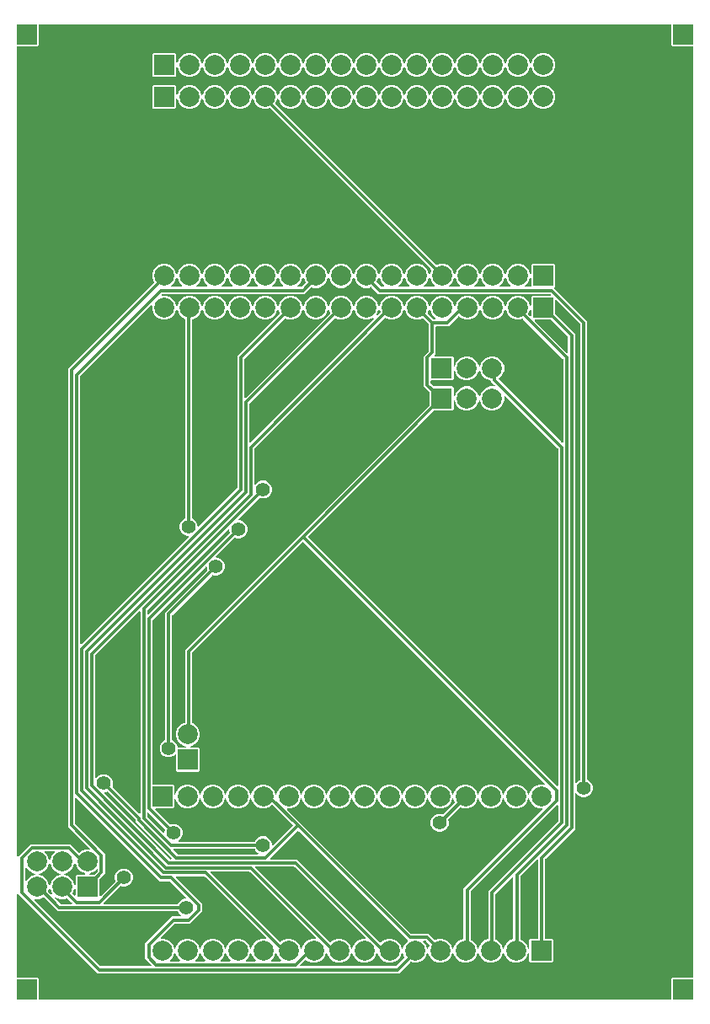
<source format=gbr>
G04 EAGLE Gerber RS-274X export*
G75*
%MOMM*%
%FSLAX34Y34*%
%LPD*%
%INBottom Copper*%
%IPPOS*%
%AMOC8*
5,1,8,0,0,1.08239X$1,22.5*%
G01*
G04 Define Apertures*
%ADD10R,2.000000X2.000000*%
%ADD11C,2.000000*%
%ADD12C,0.300000*%
%ADD13C,1.400000*%
G36*
X-667375Y10060D02*
X-667078Y10000D01*
X-32922Y10000D01*
X-32647Y10051D01*
X-32392Y10215D01*
X-32220Y10465D01*
X-32160Y10762D01*
X-32160Y30988D01*
X-30988Y32160D01*
X-10762Y32160D01*
X-10487Y32211D01*
X-10232Y32375D01*
X-10060Y32625D01*
X-10000Y32922D01*
X-10000Y967078D01*
X-10051Y967353D01*
X-10215Y967608D01*
X-10465Y967780D01*
X-10762Y967840D01*
X-30988Y967840D01*
X-32160Y969012D01*
X-32160Y989238D01*
X-32211Y989513D01*
X-32375Y989768D01*
X-32625Y989940D01*
X-32922Y990000D01*
X-667078Y990000D01*
X-667353Y989949D01*
X-667608Y989785D01*
X-667780Y989535D01*
X-667840Y989238D01*
X-667840Y969012D01*
X-669012Y967840D01*
X-689238Y967840D01*
X-689513Y967789D01*
X-689768Y967625D01*
X-689940Y967375D01*
X-690000Y967078D01*
X-690000Y154289D01*
X-689953Y154026D01*
X-689794Y153768D01*
X-689546Y153593D01*
X-689250Y153527D01*
X-688952Y153583D01*
X-688699Y153751D01*
X-676450Y166000D01*
X-636050Y166000D01*
X-627829Y157779D01*
X-627599Y157621D01*
X-627303Y157556D01*
X-627004Y157611D01*
X-626752Y157779D01*
X-625797Y158733D01*
X-621387Y160560D01*
X-617349Y160560D01*
X-617086Y160607D01*
X-616828Y160766D01*
X-616653Y161014D01*
X-616587Y161310D01*
X-616643Y161608D01*
X-616811Y161861D01*
X-638500Y183550D01*
X-638500Y643950D01*
X-552555Y729895D01*
X-552394Y730131D01*
X-552332Y730428D01*
X-552390Y730725D01*
X-554000Y734613D01*
X-554000Y739387D01*
X-552173Y743797D01*
X-548797Y747173D01*
X-544387Y749000D01*
X-539613Y749000D01*
X-535203Y747173D01*
X-531827Y743797D01*
X-530004Y739397D01*
X-529860Y739171D01*
X-529614Y738994D01*
X-529318Y738926D01*
X-529020Y738980D01*
X-528766Y739145D01*
X-528596Y739397D01*
X-526773Y743797D01*
X-523397Y747173D01*
X-518987Y749000D01*
X-514213Y749000D01*
X-509803Y747173D01*
X-506427Y743797D01*
X-504604Y739397D01*
X-504460Y739171D01*
X-504214Y738994D01*
X-503918Y738926D01*
X-503620Y738980D01*
X-503366Y739145D01*
X-503196Y739397D01*
X-501373Y743797D01*
X-497997Y747173D01*
X-493587Y749000D01*
X-488813Y749000D01*
X-484403Y747173D01*
X-481027Y743797D01*
X-479204Y739397D01*
X-479060Y739171D01*
X-478814Y738994D01*
X-478518Y738926D01*
X-478220Y738980D01*
X-477966Y739145D01*
X-477796Y739397D01*
X-475973Y743797D01*
X-472597Y747173D01*
X-468187Y749000D01*
X-463413Y749000D01*
X-459003Y747173D01*
X-455627Y743797D01*
X-453804Y739397D01*
X-453660Y739171D01*
X-453414Y738994D01*
X-453118Y738926D01*
X-452820Y738980D01*
X-452566Y739145D01*
X-452396Y739397D01*
X-450573Y743797D01*
X-447197Y747173D01*
X-442787Y749000D01*
X-438013Y749000D01*
X-433603Y747173D01*
X-430227Y743797D01*
X-428404Y739397D01*
X-428260Y739171D01*
X-428014Y738994D01*
X-427718Y738926D01*
X-427420Y738980D01*
X-427166Y739145D01*
X-426996Y739397D01*
X-425173Y743797D01*
X-421797Y747173D01*
X-417387Y749000D01*
X-412613Y749000D01*
X-408203Y747173D01*
X-404827Y743797D01*
X-403004Y739397D01*
X-402860Y739171D01*
X-402614Y738994D01*
X-402318Y738926D01*
X-402020Y738980D01*
X-401766Y739145D01*
X-401596Y739397D01*
X-399773Y743797D01*
X-396397Y747173D01*
X-391987Y749000D01*
X-387213Y749000D01*
X-382803Y747173D01*
X-379427Y743797D01*
X-377604Y739397D01*
X-377460Y739171D01*
X-377214Y738994D01*
X-376918Y738926D01*
X-376620Y738980D01*
X-376366Y739145D01*
X-376196Y739397D01*
X-374373Y743797D01*
X-370997Y747173D01*
X-366587Y749000D01*
X-361813Y749000D01*
X-357403Y747173D01*
X-354027Y743797D01*
X-352204Y739397D01*
X-352060Y739171D01*
X-351814Y738994D01*
X-351518Y738926D01*
X-351220Y738980D01*
X-350966Y739145D01*
X-350796Y739397D01*
X-348973Y743797D01*
X-345597Y747173D01*
X-341187Y749000D01*
X-336413Y749000D01*
X-332003Y747173D01*
X-328627Y743797D01*
X-326804Y739397D01*
X-326660Y739171D01*
X-326414Y738994D01*
X-326118Y738926D01*
X-325820Y738980D01*
X-325566Y739145D01*
X-325396Y739397D01*
X-323573Y743797D01*
X-320197Y747173D01*
X-315787Y749000D01*
X-311013Y749000D01*
X-306603Y747173D01*
X-303227Y743797D01*
X-301404Y739397D01*
X-301260Y739171D01*
X-301014Y738994D01*
X-300718Y738926D01*
X-300420Y738980D01*
X-300166Y739145D01*
X-299996Y739397D01*
X-298173Y743797D01*
X-294797Y747173D01*
X-290387Y749000D01*
X-285613Y749000D01*
X-281203Y747173D01*
X-277827Y743797D01*
X-276004Y739397D01*
X-275860Y739171D01*
X-275614Y738994D01*
X-275318Y738926D01*
X-275020Y738980D01*
X-274766Y739145D01*
X-274596Y739397D01*
X-273253Y742638D01*
X-273195Y742918D01*
X-273251Y743216D01*
X-273418Y743469D01*
X-435534Y905584D01*
X-435770Y905745D01*
X-436067Y905807D01*
X-436364Y905749D01*
X-438173Y905000D01*
X-442947Y905000D01*
X-447357Y906827D01*
X-450733Y910203D01*
X-452556Y914603D01*
X-452700Y914829D01*
X-452946Y915006D01*
X-453242Y915074D01*
X-453540Y915020D01*
X-453795Y914855D01*
X-453964Y914603D01*
X-455787Y910203D01*
X-459163Y906827D01*
X-463573Y905000D01*
X-468347Y905000D01*
X-472757Y906827D01*
X-476133Y910203D01*
X-477956Y914603D01*
X-478100Y914829D01*
X-478346Y915006D01*
X-478642Y915074D01*
X-478940Y915020D01*
X-479195Y914855D01*
X-479364Y914603D01*
X-481187Y910203D01*
X-484563Y906827D01*
X-488973Y905000D01*
X-493747Y905000D01*
X-498157Y906827D01*
X-501533Y910203D01*
X-503356Y914603D01*
X-503500Y914829D01*
X-503746Y915006D01*
X-504042Y915074D01*
X-504340Y915020D01*
X-504595Y914855D01*
X-504764Y914603D01*
X-506587Y910203D01*
X-509963Y906827D01*
X-514373Y905000D01*
X-519147Y905000D01*
X-523557Y906827D01*
X-526933Y910203D01*
X-528694Y914454D01*
X-528834Y914675D01*
X-529079Y914854D01*
X-529374Y914924D01*
X-529673Y914873D01*
X-529928Y914709D01*
X-530100Y914459D01*
X-530160Y914162D01*
X-530160Y906172D01*
X-531332Y905000D01*
X-552988Y905000D01*
X-554160Y906172D01*
X-554160Y927828D01*
X-552988Y929000D01*
X-531332Y929000D01*
X-530160Y927828D01*
X-530160Y919838D01*
X-530115Y919580D01*
X-529958Y919321D01*
X-529712Y919144D01*
X-529416Y919076D01*
X-529118Y919129D01*
X-528864Y919295D01*
X-528694Y919546D01*
X-526933Y923797D01*
X-523557Y927173D01*
X-519147Y929000D01*
X-514373Y929000D01*
X-509963Y927173D01*
X-506587Y923797D01*
X-504764Y919397D01*
X-504620Y919171D01*
X-504374Y918994D01*
X-504078Y918926D01*
X-503780Y918980D01*
X-503526Y919145D01*
X-503356Y919397D01*
X-501533Y923797D01*
X-498157Y927173D01*
X-493747Y929000D01*
X-488973Y929000D01*
X-484563Y927173D01*
X-481187Y923797D01*
X-479364Y919397D01*
X-479220Y919171D01*
X-478974Y918994D01*
X-478678Y918926D01*
X-478380Y918980D01*
X-478126Y919145D01*
X-477956Y919397D01*
X-476133Y923797D01*
X-472757Y927173D01*
X-468347Y929000D01*
X-463573Y929000D01*
X-459163Y927173D01*
X-455787Y923797D01*
X-453964Y919397D01*
X-453820Y919171D01*
X-453574Y918994D01*
X-453278Y918926D01*
X-452980Y918980D01*
X-452726Y919145D01*
X-452556Y919397D01*
X-450733Y923797D01*
X-447357Y927173D01*
X-442947Y929000D01*
X-438173Y929000D01*
X-433763Y927173D01*
X-430387Y923797D01*
X-428564Y919397D01*
X-428420Y919171D01*
X-428174Y918994D01*
X-427878Y918926D01*
X-427580Y918980D01*
X-427326Y919145D01*
X-427156Y919397D01*
X-425333Y923797D01*
X-421957Y927173D01*
X-417547Y929000D01*
X-412773Y929000D01*
X-408363Y927173D01*
X-404987Y923797D01*
X-403164Y919397D01*
X-403020Y919171D01*
X-402774Y918994D01*
X-402478Y918926D01*
X-402180Y918980D01*
X-401926Y919145D01*
X-401756Y919397D01*
X-399933Y923797D01*
X-396557Y927173D01*
X-392147Y929000D01*
X-387373Y929000D01*
X-382963Y927173D01*
X-379587Y923797D01*
X-377764Y919397D01*
X-377620Y919171D01*
X-377374Y918994D01*
X-377078Y918926D01*
X-376780Y918980D01*
X-376526Y919145D01*
X-376356Y919397D01*
X-374533Y923797D01*
X-371157Y927173D01*
X-366747Y929000D01*
X-361973Y929000D01*
X-357563Y927173D01*
X-354187Y923797D01*
X-352364Y919397D01*
X-352220Y919171D01*
X-351974Y918994D01*
X-351678Y918926D01*
X-351380Y918980D01*
X-351126Y919145D01*
X-350956Y919397D01*
X-349133Y923797D01*
X-345757Y927173D01*
X-341347Y929000D01*
X-336573Y929000D01*
X-332163Y927173D01*
X-328787Y923797D01*
X-326964Y919397D01*
X-326820Y919171D01*
X-326574Y918994D01*
X-326278Y918926D01*
X-325980Y918980D01*
X-325726Y919145D01*
X-325556Y919397D01*
X-323733Y923797D01*
X-320357Y927173D01*
X-315947Y929000D01*
X-311173Y929000D01*
X-306763Y927173D01*
X-303387Y923797D01*
X-301564Y919397D01*
X-301420Y919171D01*
X-301174Y918994D01*
X-300878Y918926D01*
X-300580Y918980D01*
X-300326Y919145D01*
X-300156Y919397D01*
X-298333Y923797D01*
X-294957Y927173D01*
X-290547Y929000D01*
X-285773Y929000D01*
X-281363Y927173D01*
X-277987Y923797D01*
X-276164Y919397D01*
X-276020Y919171D01*
X-275774Y918994D01*
X-275478Y918926D01*
X-275180Y918980D01*
X-274926Y919145D01*
X-274756Y919397D01*
X-272933Y923797D01*
X-269557Y927173D01*
X-265147Y929000D01*
X-260373Y929000D01*
X-255963Y927173D01*
X-252587Y923797D01*
X-250764Y919397D01*
X-250620Y919171D01*
X-250374Y918994D01*
X-250078Y918926D01*
X-249780Y918980D01*
X-249526Y919145D01*
X-249356Y919397D01*
X-247533Y923797D01*
X-244157Y927173D01*
X-239747Y929000D01*
X-234973Y929000D01*
X-230563Y927173D01*
X-227187Y923797D01*
X-225364Y919397D01*
X-225220Y919171D01*
X-224974Y918994D01*
X-224678Y918926D01*
X-224380Y918980D01*
X-224126Y919145D01*
X-223956Y919397D01*
X-222133Y923797D01*
X-218757Y927173D01*
X-214347Y929000D01*
X-209573Y929000D01*
X-205163Y927173D01*
X-201787Y923797D01*
X-199964Y919397D01*
X-199820Y919171D01*
X-199574Y918994D01*
X-199278Y918926D01*
X-198980Y918980D01*
X-198726Y919145D01*
X-198556Y919397D01*
X-196733Y923797D01*
X-193357Y927173D01*
X-188947Y929000D01*
X-184173Y929000D01*
X-179763Y927173D01*
X-176387Y923797D01*
X-174564Y919397D01*
X-174420Y919171D01*
X-174174Y918994D01*
X-173878Y918926D01*
X-173580Y918980D01*
X-173326Y919145D01*
X-173156Y919397D01*
X-171333Y923797D01*
X-167957Y927173D01*
X-163547Y929000D01*
X-158773Y929000D01*
X-154363Y927173D01*
X-150987Y923797D01*
X-149160Y919387D01*
X-149160Y914613D01*
X-150987Y910203D01*
X-154363Y906827D01*
X-158773Y905000D01*
X-163547Y905000D01*
X-167957Y906827D01*
X-171333Y910203D01*
X-173156Y914603D01*
X-173300Y914829D01*
X-173546Y915006D01*
X-173842Y915074D01*
X-174140Y915020D01*
X-174395Y914855D01*
X-174564Y914603D01*
X-176387Y910203D01*
X-179763Y906827D01*
X-184173Y905000D01*
X-188947Y905000D01*
X-193357Y906827D01*
X-196733Y910203D01*
X-198556Y914603D01*
X-198700Y914829D01*
X-198946Y915006D01*
X-199242Y915074D01*
X-199540Y915020D01*
X-199795Y914855D01*
X-199964Y914603D01*
X-201787Y910203D01*
X-205163Y906827D01*
X-209573Y905000D01*
X-214347Y905000D01*
X-218757Y906827D01*
X-222133Y910203D01*
X-223956Y914603D01*
X-224100Y914829D01*
X-224346Y915006D01*
X-224642Y915074D01*
X-224940Y915020D01*
X-225195Y914855D01*
X-225364Y914603D01*
X-227187Y910203D01*
X-230563Y906827D01*
X-234973Y905000D01*
X-239747Y905000D01*
X-244157Y906827D01*
X-247533Y910203D01*
X-249356Y914603D01*
X-249500Y914829D01*
X-249746Y915006D01*
X-250042Y915074D01*
X-250340Y915020D01*
X-250595Y914855D01*
X-250764Y914603D01*
X-252587Y910203D01*
X-255963Y906827D01*
X-260373Y905000D01*
X-265147Y905000D01*
X-269557Y906827D01*
X-272933Y910203D01*
X-274756Y914603D01*
X-274900Y914829D01*
X-275146Y915006D01*
X-275442Y915074D01*
X-275740Y915020D01*
X-275995Y914855D01*
X-276164Y914603D01*
X-277987Y910203D01*
X-281363Y906827D01*
X-285773Y905000D01*
X-290547Y905000D01*
X-294957Y906827D01*
X-298333Y910203D01*
X-300156Y914603D01*
X-300300Y914829D01*
X-300546Y915006D01*
X-300842Y915074D01*
X-301140Y915020D01*
X-301395Y914855D01*
X-301564Y914603D01*
X-303387Y910203D01*
X-306763Y906827D01*
X-311173Y905000D01*
X-315947Y905000D01*
X-320357Y906827D01*
X-323733Y910203D01*
X-325556Y914603D01*
X-325700Y914829D01*
X-325946Y915006D01*
X-326242Y915074D01*
X-326540Y915020D01*
X-326795Y914855D01*
X-326964Y914603D01*
X-328787Y910203D01*
X-332163Y906827D01*
X-336573Y905000D01*
X-341347Y905000D01*
X-345757Y906827D01*
X-349133Y910203D01*
X-350956Y914603D01*
X-351100Y914829D01*
X-351346Y915006D01*
X-351642Y915074D01*
X-351940Y915020D01*
X-352195Y914855D01*
X-352364Y914603D01*
X-354187Y910203D01*
X-357563Y906827D01*
X-361973Y905000D01*
X-366747Y905000D01*
X-371157Y906827D01*
X-374533Y910203D01*
X-376356Y914603D01*
X-376500Y914829D01*
X-376746Y915006D01*
X-377042Y915074D01*
X-377340Y915020D01*
X-377595Y914855D01*
X-377764Y914603D01*
X-379587Y910203D01*
X-382963Y906827D01*
X-387373Y905000D01*
X-392147Y905000D01*
X-396557Y906827D01*
X-399933Y910203D01*
X-401756Y914603D01*
X-401900Y914829D01*
X-402146Y915006D01*
X-402442Y915074D01*
X-402740Y915020D01*
X-402995Y914855D01*
X-403164Y914603D01*
X-404987Y910203D01*
X-408363Y906827D01*
X-412773Y905000D01*
X-417547Y905000D01*
X-421957Y906827D01*
X-425333Y910203D01*
X-427156Y914603D01*
X-427300Y914829D01*
X-427546Y915006D01*
X-427842Y915074D01*
X-428140Y915020D01*
X-428395Y914855D01*
X-428564Y914603D01*
X-430153Y910768D01*
X-430211Y910488D01*
X-430155Y910190D01*
X-429988Y909937D01*
X-268220Y748170D01*
X-267984Y748009D01*
X-267687Y747947D01*
X-267390Y748005D01*
X-264987Y749000D01*
X-260213Y749000D01*
X-255803Y747173D01*
X-252427Y743797D01*
X-250604Y739397D01*
X-250460Y739171D01*
X-250214Y738994D01*
X-249918Y738926D01*
X-249620Y738980D01*
X-249366Y739145D01*
X-249196Y739397D01*
X-247373Y743797D01*
X-243997Y747173D01*
X-239587Y749000D01*
X-234813Y749000D01*
X-230403Y747173D01*
X-227027Y743797D01*
X-225204Y739397D01*
X-225060Y739171D01*
X-224814Y738994D01*
X-224518Y738926D01*
X-224220Y738980D01*
X-223966Y739145D01*
X-223796Y739397D01*
X-221973Y743797D01*
X-218597Y747173D01*
X-214187Y749000D01*
X-209413Y749000D01*
X-205003Y747173D01*
X-201627Y743797D01*
X-199804Y739397D01*
X-199660Y739171D01*
X-199414Y738994D01*
X-199118Y738926D01*
X-198820Y738980D01*
X-198566Y739145D01*
X-198396Y739397D01*
X-196573Y743797D01*
X-193197Y747173D01*
X-188787Y749000D01*
X-184013Y749000D01*
X-179603Y747173D01*
X-176227Y743797D01*
X-174466Y739546D01*
X-174326Y739325D01*
X-174081Y739146D01*
X-173786Y739076D01*
X-173487Y739127D01*
X-173232Y739291D01*
X-173060Y739541D01*
X-173000Y739838D01*
X-173000Y747828D01*
X-171828Y749000D01*
X-150172Y749000D01*
X-149000Y747828D01*
X-149000Y726172D01*
X-149572Y725599D01*
X-149730Y725369D01*
X-149795Y725073D01*
X-149740Y724775D01*
X-149572Y724522D01*
X-116500Y691450D01*
X-116500Y231301D01*
X-116447Y231021D01*
X-116281Y230766D01*
X-116030Y230597D01*
X-114902Y230130D01*
X-112370Y227598D01*
X-111000Y224290D01*
X-111000Y220710D01*
X-112370Y217402D01*
X-114902Y214870D01*
X-118210Y213500D01*
X-121790Y213500D01*
X-125098Y214870D01*
X-127699Y217471D01*
X-127919Y217624D01*
X-128214Y217694D01*
X-128513Y217643D01*
X-128768Y217480D01*
X-128940Y217230D01*
X-129000Y216932D01*
X-129000Y181050D01*
X-158777Y151273D01*
X-158940Y151032D01*
X-159000Y150735D01*
X-159000Y71762D01*
X-158949Y71487D01*
X-158785Y71232D01*
X-158535Y71060D01*
X-158238Y71000D01*
X-152172Y71000D01*
X-151000Y69828D01*
X-151000Y48172D01*
X-152172Y47000D01*
X-173828Y47000D01*
X-175000Y48172D01*
X-175000Y56162D01*
X-175045Y56420D01*
X-175202Y56679D01*
X-175448Y56856D01*
X-175744Y56924D01*
X-176042Y56871D01*
X-176297Y56705D01*
X-176466Y56454D01*
X-178227Y52203D01*
X-181603Y48827D01*
X-186013Y47000D01*
X-190787Y47000D01*
X-195197Y48827D01*
X-198573Y52203D01*
X-200396Y56603D01*
X-200540Y56829D01*
X-200786Y57006D01*
X-201082Y57074D01*
X-201380Y57020D01*
X-201635Y56855D01*
X-201804Y56603D01*
X-203627Y52203D01*
X-207003Y48827D01*
X-211413Y47000D01*
X-216187Y47000D01*
X-220597Y48827D01*
X-223973Y52203D01*
X-225796Y56603D01*
X-225940Y56829D01*
X-226186Y57006D01*
X-226482Y57074D01*
X-226780Y57020D01*
X-227035Y56855D01*
X-227204Y56603D01*
X-229027Y52203D01*
X-232403Y48827D01*
X-236813Y47000D01*
X-241587Y47000D01*
X-245997Y48827D01*
X-249373Y52203D01*
X-251196Y56603D01*
X-251340Y56829D01*
X-251586Y57006D01*
X-251882Y57074D01*
X-252180Y57020D01*
X-252435Y56855D01*
X-252604Y56603D01*
X-254427Y52203D01*
X-257803Y48827D01*
X-262213Y47000D01*
X-266987Y47000D01*
X-271397Y48827D01*
X-274773Y52203D01*
X-276596Y56603D01*
X-276740Y56829D01*
X-276986Y57006D01*
X-277282Y57074D01*
X-277580Y57020D01*
X-277835Y56855D01*
X-278004Y56603D01*
X-279827Y52203D01*
X-283203Y48827D01*
X-287613Y47000D01*
X-292387Y47000D01*
X-294153Y47732D01*
X-294433Y47790D01*
X-294731Y47734D01*
X-294984Y47566D01*
X-306050Y36500D01*
X-608950Y36500D01*
X-688699Y116249D01*
X-688919Y116402D01*
X-689214Y116472D01*
X-689513Y116421D01*
X-689768Y116258D01*
X-689940Y116008D01*
X-690000Y115711D01*
X-690000Y32922D01*
X-689949Y32647D01*
X-689785Y32392D01*
X-689535Y32220D01*
X-689238Y32160D01*
X-669012Y32160D01*
X-667840Y30988D01*
X-667840Y10762D01*
X-667789Y10487D01*
X-667625Y10232D01*
X-667375Y10060D01*
G37*
%LPC*%
G36*
X-158613Y937000D02*
X-163387Y937000D01*
X-167797Y938827D01*
X-171173Y942203D01*
X-172996Y946603D01*
X-173140Y946829D01*
X-173386Y947006D01*
X-173682Y947074D01*
X-173980Y947020D01*
X-174235Y946855D01*
X-174404Y946603D01*
X-176227Y942203D01*
X-179603Y938827D01*
X-184013Y937000D01*
X-188787Y937000D01*
X-193197Y938827D01*
X-196573Y942203D01*
X-198396Y946603D01*
X-198540Y946829D01*
X-198786Y947006D01*
X-199082Y947074D01*
X-199380Y947020D01*
X-199635Y946855D01*
X-199804Y946603D01*
X-201627Y942203D01*
X-205003Y938827D01*
X-209413Y937000D01*
X-214187Y937000D01*
X-218597Y938827D01*
X-221973Y942203D01*
X-223796Y946603D01*
X-223940Y946829D01*
X-224186Y947006D01*
X-224482Y947074D01*
X-224780Y947020D01*
X-225035Y946855D01*
X-225204Y946603D01*
X-227027Y942203D01*
X-230403Y938827D01*
X-234813Y937000D01*
X-239587Y937000D01*
X-243997Y938827D01*
X-247373Y942203D01*
X-249196Y946603D01*
X-249340Y946829D01*
X-249586Y947006D01*
X-249882Y947074D01*
X-250180Y947020D01*
X-250435Y946855D01*
X-250604Y946603D01*
X-252427Y942203D01*
X-255803Y938827D01*
X-260213Y937000D01*
X-264987Y937000D01*
X-269397Y938827D01*
X-272773Y942203D01*
X-274596Y946603D01*
X-274740Y946829D01*
X-274986Y947006D01*
X-275282Y947074D01*
X-275580Y947020D01*
X-275835Y946855D01*
X-276004Y946603D01*
X-277827Y942203D01*
X-281203Y938827D01*
X-285613Y937000D01*
X-290387Y937000D01*
X-294797Y938827D01*
X-298173Y942203D01*
X-299996Y946603D01*
X-300140Y946829D01*
X-300386Y947006D01*
X-300682Y947074D01*
X-300980Y947020D01*
X-301235Y946855D01*
X-301404Y946603D01*
X-303227Y942203D01*
X-306603Y938827D01*
X-311013Y937000D01*
X-315787Y937000D01*
X-320197Y938827D01*
X-323573Y942203D01*
X-325396Y946603D01*
X-325540Y946829D01*
X-325786Y947006D01*
X-326082Y947074D01*
X-326380Y947020D01*
X-326635Y946855D01*
X-326804Y946603D01*
X-328627Y942203D01*
X-332003Y938827D01*
X-336413Y937000D01*
X-341187Y937000D01*
X-345597Y938827D01*
X-348973Y942203D01*
X-350796Y946603D01*
X-350940Y946829D01*
X-351186Y947006D01*
X-351482Y947074D01*
X-351780Y947020D01*
X-352035Y946855D01*
X-352204Y946603D01*
X-354027Y942203D01*
X-357403Y938827D01*
X-361813Y937000D01*
X-366587Y937000D01*
X-370997Y938827D01*
X-374373Y942203D01*
X-376196Y946603D01*
X-376340Y946829D01*
X-376586Y947006D01*
X-376882Y947074D01*
X-377180Y947020D01*
X-377435Y946855D01*
X-377604Y946603D01*
X-379427Y942203D01*
X-382803Y938827D01*
X-387213Y937000D01*
X-391987Y937000D01*
X-396397Y938827D01*
X-399773Y942203D01*
X-401596Y946603D01*
X-401740Y946829D01*
X-401986Y947006D01*
X-402282Y947074D01*
X-402580Y947020D01*
X-402835Y946855D01*
X-403004Y946603D01*
X-404827Y942203D01*
X-408203Y938827D01*
X-412613Y937000D01*
X-417387Y937000D01*
X-421797Y938827D01*
X-425173Y942203D01*
X-426996Y946603D01*
X-427140Y946829D01*
X-427386Y947006D01*
X-427682Y947074D01*
X-427980Y947020D01*
X-428235Y946855D01*
X-428404Y946603D01*
X-430227Y942203D01*
X-433603Y938827D01*
X-438013Y937000D01*
X-442787Y937000D01*
X-447197Y938827D01*
X-450573Y942203D01*
X-452396Y946603D01*
X-452540Y946829D01*
X-452786Y947006D01*
X-453082Y947074D01*
X-453380Y947020D01*
X-453635Y946855D01*
X-453804Y946603D01*
X-455627Y942203D01*
X-459003Y938827D01*
X-463413Y937000D01*
X-468187Y937000D01*
X-472597Y938827D01*
X-475973Y942203D01*
X-477796Y946603D01*
X-477940Y946829D01*
X-478186Y947006D01*
X-478482Y947074D01*
X-478780Y947020D01*
X-479035Y946855D01*
X-479204Y946603D01*
X-481027Y942203D01*
X-484403Y938827D01*
X-488813Y937000D01*
X-493587Y937000D01*
X-497997Y938827D01*
X-501373Y942203D01*
X-503196Y946603D01*
X-503340Y946829D01*
X-503586Y947006D01*
X-503882Y947074D01*
X-504180Y947020D01*
X-504435Y946855D01*
X-504604Y946603D01*
X-506427Y942203D01*
X-509803Y938827D01*
X-514213Y937000D01*
X-518987Y937000D01*
X-523397Y938827D01*
X-526773Y942203D01*
X-528534Y946454D01*
X-528674Y946675D01*
X-528919Y946854D01*
X-529214Y946924D01*
X-529513Y946873D01*
X-529768Y946709D01*
X-529940Y946459D01*
X-530000Y946162D01*
X-530000Y938172D01*
X-531172Y937000D01*
X-552828Y937000D01*
X-554000Y938172D01*
X-554000Y959828D01*
X-552828Y961000D01*
X-531172Y961000D01*
X-530000Y959828D01*
X-530000Y951838D01*
X-529955Y951580D01*
X-529798Y951321D01*
X-529552Y951144D01*
X-529256Y951076D01*
X-528958Y951129D01*
X-528704Y951295D01*
X-528534Y951546D01*
X-526773Y955797D01*
X-523397Y959173D01*
X-518987Y961000D01*
X-514213Y961000D01*
X-509803Y959173D01*
X-506427Y955797D01*
X-504604Y951397D01*
X-504460Y951171D01*
X-504214Y950994D01*
X-503918Y950926D01*
X-503620Y950980D01*
X-503366Y951145D01*
X-503196Y951397D01*
X-501373Y955797D01*
X-497997Y959173D01*
X-493587Y961000D01*
X-488813Y961000D01*
X-484403Y959173D01*
X-481027Y955797D01*
X-479204Y951397D01*
X-479060Y951171D01*
X-478814Y950994D01*
X-478518Y950926D01*
X-478220Y950980D01*
X-477966Y951145D01*
X-477796Y951397D01*
X-475973Y955797D01*
X-472597Y959173D01*
X-468187Y961000D01*
X-463413Y961000D01*
X-459003Y959173D01*
X-455627Y955797D01*
X-453804Y951397D01*
X-453660Y951171D01*
X-453414Y950994D01*
X-453118Y950926D01*
X-452820Y950980D01*
X-452566Y951145D01*
X-452396Y951397D01*
X-450573Y955797D01*
X-447197Y959173D01*
X-442787Y961000D01*
X-438013Y961000D01*
X-433603Y959173D01*
X-430227Y955797D01*
X-428404Y951397D01*
X-428260Y951171D01*
X-428014Y950994D01*
X-427718Y950926D01*
X-427420Y950980D01*
X-427166Y951145D01*
X-426996Y951397D01*
X-425173Y955797D01*
X-421797Y959173D01*
X-417387Y961000D01*
X-412613Y961000D01*
X-408203Y959173D01*
X-404827Y955797D01*
X-403004Y951397D01*
X-402860Y951171D01*
X-402614Y950994D01*
X-402318Y950926D01*
X-402020Y950980D01*
X-401766Y951145D01*
X-401596Y951397D01*
X-399773Y955797D01*
X-396397Y959173D01*
X-391987Y961000D01*
X-387213Y961000D01*
X-382803Y959173D01*
X-379427Y955797D01*
X-377604Y951397D01*
X-377460Y951171D01*
X-377214Y950994D01*
X-376918Y950926D01*
X-376620Y950980D01*
X-376366Y951145D01*
X-376196Y951397D01*
X-374373Y955797D01*
X-370997Y959173D01*
X-366587Y961000D01*
X-361813Y961000D01*
X-357403Y959173D01*
X-354027Y955797D01*
X-352204Y951397D01*
X-352060Y951171D01*
X-351814Y950994D01*
X-351518Y950926D01*
X-351220Y950980D01*
X-350966Y951145D01*
X-350796Y951397D01*
X-348973Y955797D01*
X-345597Y959173D01*
X-341187Y961000D01*
X-336413Y961000D01*
X-332003Y959173D01*
X-328627Y955797D01*
X-326804Y951397D01*
X-326660Y951171D01*
X-326414Y950994D01*
X-326118Y950926D01*
X-325820Y950980D01*
X-325566Y951145D01*
X-325396Y951397D01*
X-323573Y955797D01*
X-320197Y959173D01*
X-315787Y961000D01*
X-311013Y961000D01*
X-306603Y959173D01*
X-303227Y955797D01*
X-301404Y951397D01*
X-301260Y951171D01*
X-301014Y950994D01*
X-300718Y950926D01*
X-300420Y950980D01*
X-300166Y951145D01*
X-299996Y951397D01*
X-298173Y955797D01*
X-294797Y959173D01*
X-290387Y961000D01*
X-285613Y961000D01*
X-281203Y959173D01*
X-277827Y955797D01*
X-276004Y951397D01*
X-275860Y951171D01*
X-275614Y950994D01*
X-275318Y950926D01*
X-275020Y950980D01*
X-274766Y951145D01*
X-274596Y951397D01*
X-272773Y955797D01*
X-269397Y959173D01*
X-264987Y961000D01*
X-260213Y961000D01*
X-255803Y959173D01*
X-252427Y955797D01*
X-250604Y951397D01*
X-250460Y951171D01*
X-250214Y950994D01*
X-249918Y950926D01*
X-249620Y950980D01*
X-249366Y951145D01*
X-249196Y951397D01*
X-247373Y955797D01*
X-243997Y959173D01*
X-239587Y961000D01*
X-234813Y961000D01*
X-230403Y959173D01*
X-227027Y955797D01*
X-225204Y951397D01*
X-225060Y951171D01*
X-224814Y950994D01*
X-224518Y950926D01*
X-224220Y950980D01*
X-223966Y951145D01*
X-223796Y951397D01*
X-221973Y955797D01*
X-218597Y959173D01*
X-214187Y961000D01*
X-209413Y961000D01*
X-205003Y959173D01*
X-201627Y955797D01*
X-199804Y951397D01*
X-199660Y951171D01*
X-199414Y950994D01*
X-199118Y950926D01*
X-198820Y950980D01*
X-198566Y951145D01*
X-198396Y951397D01*
X-196573Y955797D01*
X-193197Y959173D01*
X-188787Y961000D01*
X-184013Y961000D01*
X-179603Y959173D01*
X-176227Y955797D01*
X-174404Y951397D01*
X-174260Y951171D01*
X-174014Y950994D01*
X-173718Y950926D01*
X-173420Y950980D01*
X-173166Y951145D01*
X-172996Y951397D01*
X-171173Y955797D01*
X-167797Y959173D01*
X-163387Y961000D01*
X-158613Y961000D01*
X-154203Y959173D01*
X-150827Y955797D01*
X-149000Y951387D01*
X-149000Y946613D01*
X-150827Y942203D01*
X-154203Y938827D01*
X-158613Y937000D01*
G37*
%LPD*%
G36*
X-407487Y726060D02*
X-407190Y726000D01*
X-404265Y726000D01*
X-403979Y726056D01*
X-403727Y726223D01*
X-400126Y729824D01*
X-399965Y730060D01*
X-399902Y730357D01*
X-399960Y730655D01*
X-401596Y734603D01*
X-401740Y734829D01*
X-401986Y735006D01*
X-402282Y735074D01*
X-402580Y735020D01*
X-402835Y734855D01*
X-403004Y734603D01*
X-404827Y730203D01*
X-407729Y727301D01*
X-407882Y727081D01*
X-407951Y726786D01*
X-407901Y726487D01*
X-407737Y726232D01*
X-407487Y726060D01*
G37*
G36*
X-323532Y726060D02*
X-323235Y726000D01*
X-321210Y726000D01*
X-320947Y726047D01*
X-320689Y726206D01*
X-320513Y726454D01*
X-320448Y726750D01*
X-320504Y727048D01*
X-320671Y727301D01*
X-323573Y730203D01*
X-325396Y734603D01*
X-325540Y734829D01*
X-325786Y735006D01*
X-326082Y735074D01*
X-326380Y735020D01*
X-326635Y734855D01*
X-326804Y734603D01*
X-328176Y731291D01*
X-328234Y731012D01*
X-328178Y730713D01*
X-328011Y730461D01*
X-323773Y726223D01*
X-323532Y726060D01*
G37*
G36*
X-458287Y726060D02*
X-457990Y726000D01*
X-448210Y726000D01*
X-447947Y726047D01*
X-447689Y726206D01*
X-447513Y726454D01*
X-447448Y726750D01*
X-447504Y727048D01*
X-447671Y727301D01*
X-450573Y730203D01*
X-452396Y734603D01*
X-452540Y734829D01*
X-452786Y735006D01*
X-453082Y735074D01*
X-453380Y735020D01*
X-453635Y734855D01*
X-453804Y734603D01*
X-455627Y730203D01*
X-458529Y727301D01*
X-458682Y727081D01*
X-458751Y726786D01*
X-458701Y726487D01*
X-458537Y726232D01*
X-458287Y726060D01*
G37*
G36*
X-483687Y726060D02*
X-483390Y726000D01*
X-473610Y726000D01*
X-473347Y726047D01*
X-473089Y726206D01*
X-472913Y726454D01*
X-472848Y726750D01*
X-472904Y727048D01*
X-473071Y727301D01*
X-475973Y730203D01*
X-477796Y734603D01*
X-477940Y734829D01*
X-478186Y735006D01*
X-478482Y735074D01*
X-478780Y735020D01*
X-479035Y734855D01*
X-479204Y734603D01*
X-481027Y730203D01*
X-483929Y727301D01*
X-484082Y727081D01*
X-484151Y726786D01*
X-484101Y726487D01*
X-483937Y726232D01*
X-483687Y726060D01*
G37*
G36*
X-204287Y726060D02*
X-203990Y726000D01*
X-194210Y726000D01*
X-193947Y726047D01*
X-193689Y726206D01*
X-193513Y726454D01*
X-193448Y726750D01*
X-193504Y727048D01*
X-193671Y727301D01*
X-196573Y730203D01*
X-198396Y734603D01*
X-198540Y734829D01*
X-198786Y735006D01*
X-199082Y735074D01*
X-199380Y735020D01*
X-199635Y734855D01*
X-199804Y734603D01*
X-201627Y730203D01*
X-204529Y727301D01*
X-204682Y727081D01*
X-204751Y726786D01*
X-204701Y726487D01*
X-204537Y726232D01*
X-204287Y726060D01*
G37*
G36*
X-305887Y726060D02*
X-305590Y726000D01*
X-295810Y726000D01*
X-295547Y726047D01*
X-295289Y726206D01*
X-295113Y726454D01*
X-295048Y726750D01*
X-295104Y727048D01*
X-295271Y727301D01*
X-298173Y730203D01*
X-299996Y734603D01*
X-300140Y734829D01*
X-300386Y735006D01*
X-300682Y735074D01*
X-300980Y735020D01*
X-301235Y734855D01*
X-301404Y734603D01*
X-303227Y730203D01*
X-306129Y727301D01*
X-306282Y727081D01*
X-306351Y726786D01*
X-306301Y726487D01*
X-306137Y726232D01*
X-305887Y726060D01*
G37*
G36*
X-280487Y726060D02*
X-280190Y726000D01*
X-270410Y726000D01*
X-270147Y726047D01*
X-269889Y726206D01*
X-269713Y726454D01*
X-269648Y726750D01*
X-269704Y727048D01*
X-269871Y727301D01*
X-272773Y730203D01*
X-274596Y734603D01*
X-274740Y734829D01*
X-274986Y735006D01*
X-275282Y735074D01*
X-275580Y735020D01*
X-275835Y734855D01*
X-276004Y734603D01*
X-277827Y730203D01*
X-280729Y727301D01*
X-280882Y727081D01*
X-280951Y726786D01*
X-280901Y726487D01*
X-280737Y726232D01*
X-280487Y726060D01*
G37*
G36*
X-534487Y726060D02*
X-534190Y726000D01*
X-524410Y726000D01*
X-524147Y726047D01*
X-523889Y726206D01*
X-523713Y726454D01*
X-523648Y726750D01*
X-523704Y727048D01*
X-523871Y727301D01*
X-526773Y730203D01*
X-528596Y734603D01*
X-528740Y734829D01*
X-528986Y735006D01*
X-529282Y735074D01*
X-529580Y735020D01*
X-529835Y734855D01*
X-530004Y734603D01*
X-531827Y730203D01*
X-534729Y727301D01*
X-534882Y727081D01*
X-534951Y726786D01*
X-534901Y726487D01*
X-534737Y726232D01*
X-534487Y726060D01*
G37*
G36*
X-509087Y726060D02*
X-508790Y726000D01*
X-499010Y726000D01*
X-498747Y726047D01*
X-498489Y726206D01*
X-498313Y726454D01*
X-498248Y726750D01*
X-498304Y727048D01*
X-498471Y727301D01*
X-501373Y730203D01*
X-503196Y734603D01*
X-503340Y734829D01*
X-503586Y735006D01*
X-503882Y735074D01*
X-504180Y735020D01*
X-504435Y734855D01*
X-504604Y734603D01*
X-506427Y730203D01*
X-509329Y727301D01*
X-509482Y727081D01*
X-509551Y726786D01*
X-509501Y726487D01*
X-509337Y726232D01*
X-509087Y726060D01*
G37*
G36*
X-255087Y726060D02*
X-254790Y726000D01*
X-245010Y726000D01*
X-244747Y726047D01*
X-244489Y726206D01*
X-244313Y726454D01*
X-244248Y726750D01*
X-244304Y727048D01*
X-244471Y727301D01*
X-247373Y730203D01*
X-249196Y734603D01*
X-249340Y734829D01*
X-249586Y735006D01*
X-249882Y735074D01*
X-250180Y735020D01*
X-250435Y734855D01*
X-250604Y734603D01*
X-252427Y730203D01*
X-255329Y727301D01*
X-255482Y727081D01*
X-255551Y726786D01*
X-255501Y726487D01*
X-255337Y726232D01*
X-255087Y726060D01*
G37*
G36*
X-229687Y726060D02*
X-229390Y726000D01*
X-219610Y726000D01*
X-219347Y726047D01*
X-219089Y726206D01*
X-218913Y726454D01*
X-218848Y726750D01*
X-218904Y727048D01*
X-219071Y727301D01*
X-221973Y730203D01*
X-223796Y734603D01*
X-223940Y734829D01*
X-224186Y735006D01*
X-224482Y735074D01*
X-224780Y735020D01*
X-225035Y734855D01*
X-225204Y734603D01*
X-227027Y730203D01*
X-229929Y727301D01*
X-230082Y727081D01*
X-230151Y726786D01*
X-230101Y726487D01*
X-229937Y726232D01*
X-229687Y726060D01*
G37*
G36*
X-432887Y726060D02*
X-432590Y726000D01*
X-422810Y726000D01*
X-422547Y726047D01*
X-422289Y726206D01*
X-422113Y726454D01*
X-422048Y726750D01*
X-422104Y727048D01*
X-422271Y727301D01*
X-425173Y730203D01*
X-426996Y734603D01*
X-427140Y734829D01*
X-427386Y735006D01*
X-427682Y735074D01*
X-427980Y735020D01*
X-428235Y734855D01*
X-428404Y734603D01*
X-430227Y730203D01*
X-433129Y727301D01*
X-433282Y727081D01*
X-433351Y726786D01*
X-433301Y726487D01*
X-433137Y726232D01*
X-432887Y726060D01*
G37*
G36*
X-529614Y706994D02*
X-529318Y706926D01*
X-529020Y706980D01*
X-528766Y707145D01*
X-528596Y707397D01*
X-526773Y711797D01*
X-523397Y715173D01*
X-518987Y717000D01*
X-514213Y717000D01*
X-509803Y715173D01*
X-506427Y711797D01*
X-504604Y707397D01*
X-504460Y707171D01*
X-504214Y706994D01*
X-503918Y706926D01*
X-503620Y706980D01*
X-503366Y707145D01*
X-503196Y707397D01*
X-501373Y711797D01*
X-497997Y715173D01*
X-493587Y717000D01*
X-488813Y717000D01*
X-484403Y715173D01*
X-481027Y711797D01*
X-479204Y707397D01*
X-479060Y707171D01*
X-478814Y706994D01*
X-478518Y706926D01*
X-478220Y706980D01*
X-477966Y707145D01*
X-477796Y707397D01*
X-475973Y711797D01*
X-472597Y715173D01*
X-468187Y717000D01*
X-463413Y717000D01*
X-459003Y715173D01*
X-455627Y711797D01*
X-453804Y707397D01*
X-453660Y707171D01*
X-453414Y706994D01*
X-453118Y706926D01*
X-452820Y706980D01*
X-452566Y707145D01*
X-452396Y707397D01*
X-450573Y711797D01*
X-447197Y715173D01*
X-442787Y717000D01*
X-438013Y717000D01*
X-433603Y715173D01*
X-430227Y711797D01*
X-428404Y707397D01*
X-428260Y707171D01*
X-428014Y706994D01*
X-427718Y706926D01*
X-427420Y706980D01*
X-427166Y707145D01*
X-426996Y707397D01*
X-425173Y711797D01*
X-421797Y715173D01*
X-417387Y717000D01*
X-412613Y717000D01*
X-408203Y715173D01*
X-404827Y711797D01*
X-403004Y707397D01*
X-402860Y707171D01*
X-402614Y706994D01*
X-402318Y706926D01*
X-402020Y706980D01*
X-401766Y707145D01*
X-401596Y707397D01*
X-399773Y711797D01*
X-396397Y715173D01*
X-391987Y717000D01*
X-387213Y717000D01*
X-382803Y715173D01*
X-379427Y711797D01*
X-377604Y707397D01*
X-377460Y707171D01*
X-377214Y706994D01*
X-376918Y706926D01*
X-376620Y706980D01*
X-376366Y707145D01*
X-376196Y707397D01*
X-374373Y711797D01*
X-370997Y715173D01*
X-366587Y717000D01*
X-361813Y717000D01*
X-357403Y715173D01*
X-354027Y711797D01*
X-352204Y707397D01*
X-352060Y707171D01*
X-351814Y706994D01*
X-351518Y706926D01*
X-351220Y706980D01*
X-350966Y707145D01*
X-350796Y707397D01*
X-348973Y711797D01*
X-345597Y715173D01*
X-341187Y717000D01*
X-336413Y717000D01*
X-332003Y715173D01*
X-328627Y711797D01*
X-326804Y707397D01*
X-326660Y707171D01*
X-326414Y706994D01*
X-326118Y706926D01*
X-325820Y706980D01*
X-325566Y707145D01*
X-325396Y707397D01*
X-323573Y711797D01*
X-320197Y715173D01*
X-315787Y717000D01*
X-311013Y717000D01*
X-306603Y715173D01*
X-303227Y711797D01*
X-301404Y707397D01*
X-301260Y707171D01*
X-301014Y706994D01*
X-300718Y706926D01*
X-300420Y706980D01*
X-300166Y707145D01*
X-299996Y707397D01*
X-298173Y711797D01*
X-294797Y715173D01*
X-290387Y717000D01*
X-285613Y717000D01*
X-281203Y715173D01*
X-277827Y711797D01*
X-276004Y707397D01*
X-275860Y707171D01*
X-275614Y706994D01*
X-275318Y706926D01*
X-275020Y706980D01*
X-274766Y707145D01*
X-274596Y707397D01*
X-272773Y711797D01*
X-269397Y715173D01*
X-264987Y717000D01*
X-260213Y717000D01*
X-255803Y715173D01*
X-252427Y711797D01*
X-250604Y707397D01*
X-250460Y707171D01*
X-250214Y706994D01*
X-249918Y706926D01*
X-249620Y706980D01*
X-249366Y707145D01*
X-249196Y707397D01*
X-247373Y711797D01*
X-243997Y715173D01*
X-239587Y717000D01*
X-234813Y717000D01*
X-230403Y715173D01*
X-227027Y711797D01*
X-225204Y707397D01*
X-225060Y707171D01*
X-224814Y706994D01*
X-224518Y706926D01*
X-224220Y706980D01*
X-223966Y707145D01*
X-223796Y707397D01*
X-221973Y711797D01*
X-218597Y715173D01*
X-214187Y717000D01*
X-209413Y717000D01*
X-205003Y715173D01*
X-201627Y711797D01*
X-199804Y707397D01*
X-199660Y707171D01*
X-199414Y706994D01*
X-199118Y706926D01*
X-198820Y706980D01*
X-198566Y707145D01*
X-198396Y707397D01*
X-196573Y711797D01*
X-193197Y715173D01*
X-188787Y717000D01*
X-184013Y717000D01*
X-179603Y715173D01*
X-176227Y711797D01*
X-174466Y707546D01*
X-174326Y707325D01*
X-174081Y707146D01*
X-173786Y707076D01*
X-173487Y707127D01*
X-173232Y707291D01*
X-173060Y707541D01*
X-173000Y707838D01*
X-173000Y715828D01*
X-171828Y717000D01*
X-153789Y717000D01*
X-153526Y717047D01*
X-153268Y717206D01*
X-153093Y717454D01*
X-153027Y717750D01*
X-153083Y718048D01*
X-153251Y718301D01*
X-153727Y718777D01*
X-153968Y718940D01*
X-154265Y719000D01*
X-326450Y719000D01*
X-333251Y725801D01*
X-333487Y725961D01*
X-333783Y726024D01*
X-334081Y725966D01*
X-336413Y725000D01*
X-341187Y725000D01*
X-345597Y726827D01*
X-348973Y730203D01*
X-350796Y734603D01*
X-350940Y734829D01*
X-351186Y735006D01*
X-351482Y735074D01*
X-351780Y735020D01*
X-352035Y734855D01*
X-352204Y734603D01*
X-354027Y730203D01*
X-357403Y726827D01*
X-361813Y725000D01*
X-366587Y725000D01*
X-370997Y726827D01*
X-374373Y730203D01*
X-376196Y734603D01*
X-376340Y734829D01*
X-376586Y735006D01*
X-376882Y735074D01*
X-377180Y735020D01*
X-377435Y734855D01*
X-377604Y734603D01*
X-379427Y730203D01*
X-382803Y726827D01*
X-387213Y725000D01*
X-391987Y725000D01*
X-393683Y725702D01*
X-393962Y725760D01*
X-394260Y725705D01*
X-394513Y725537D01*
X-401050Y719000D01*
X-543235Y719000D01*
X-543521Y718944D01*
X-543773Y718777D01*
X-544249Y718301D01*
X-544402Y718081D01*
X-544472Y717786D01*
X-544421Y717487D01*
X-544258Y717232D01*
X-544008Y717060D01*
X-543711Y717000D01*
X-539613Y717000D01*
X-535203Y715173D01*
X-531827Y711797D01*
X-530004Y707397D01*
X-529860Y707171D01*
X-529614Y706994D01*
G37*
G36*
X-178887Y726060D02*
X-178590Y726000D01*
X-173762Y726000D01*
X-173487Y726051D01*
X-173232Y726215D01*
X-173060Y726465D01*
X-173000Y726762D01*
X-173000Y734162D01*
X-173045Y734420D01*
X-173202Y734679D01*
X-173448Y734856D01*
X-173744Y734924D01*
X-174042Y734871D01*
X-174297Y734705D01*
X-174466Y734454D01*
X-176227Y730203D01*
X-179129Y727301D01*
X-179282Y727081D01*
X-179351Y726786D01*
X-179301Y726487D01*
X-179137Y726232D01*
X-178887Y726060D01*
G37*
G36*
X-128546Y227371D02*
X-128250Y227306D01*
X-127952Y227361D01*
X-127699Y227529D01*
X-125098Y230130D01*
X-123970Y230597D01*
X-123732Y230754D01*
X-123560Y231004D01*
X-123500Y231301D01*
X-123500Y688235D01*
X-123556Y688521D01*
X-123723Y688773D01*
X-147699Y712749D01*
X-147919Y712902D01*
X-148214Y712972D01*
X-148513Y712921D01*
X-148768Y712758D01*
X-148940Y712508D01*
X-149000Y712211D01*
X-149000Y699265D01*
X-148944Y698979D01*
X-148777Y698727D01*
X-129000Y678950D01*
X-129000Y228068D01*
X-128953Y227804D01*
X-128794Y227546D01*
X-128546Y227371D01*
G37*
G36*
X-626046Y367093D02*
X-625750Y367027D01*
X-625452Y367083D01*
X-625199Y367251D01*
X-517751Y474699D01*
X-517598Y474919D01*
X-517528Y475214D01*
X-517579Y475513D01*
X-517742Y475768D01*
X-517992Y475940D01*
X-518289Y476000D01*
X-519290Y476000D01*
X-522598Y477370D01*
X-525130Y479902D01*
X-526500Y483210D01*
X-526500Y486790D01*
X-525130Y490098D01*
X-522598Y492630D01*
X-521470Y493097D01*
X-521232Y493254D01*
X-521060Y493504D01*
X-521000Y493801D01*
X-521000Y693325D01*
X-521053Y693605D01*
X-521219Y693859D01*
X-521470Y694029D01*
X-523397Y694827D01*
X-526773Y698203D01*
X-528596Y702603D01*
X-528740Y702829D01*
X-528986Y703006D01*
X-529282Y703074D01*
X-529580Y703020D01*
X-529835Y702855D01*
X-530004Y702603D01*
X-531827Y698203D01*
X-535203Y694827D01*
X-539613Y693000D01*
X-544387Y693000D01*
X-548797Y694827D01*
X-552173Y698203D01*
X-554000Y702613D01*
X-554000Y706711D01*
X-554047Y706974D01*
X-554206Y707232D01*
X-554454Y707407D01*
X-554750Y707473D01*
X-555048Y707417D01*
X-555301Y707249D01*
X-626277Y636273D01*
X-626440Y636032D01*
X-626500Y635735D01*
X-626500Y367789D01*
X-626453Y367526D01*
X-626294Y367268D01*
X-626046Y367093D01*
G37*
G36*
X-508046Y485093D02*
X-507750Y485027D01*
X-507452Y485083D01*
X-507199Y485251D01*
X-468723Y523727D01*
X-468560Y523968D01*
X-468500Y524265D01*
X-468500Y656450D01*
X-425994Y698956D01*
X-425834Y699192D01*
X-425771Y699488D01*
X-425829Y699786D01*
X-426996Y702603D01*
X-427140Y702829D01*
X-427386Y703006D01*
X-427682Y703074D01*
X-427980Y703020D01*
X-428235Y702855D01*
X-428404Y702603D01*
X-430227Y698203D01*
X-433603Y694827D01*
X-438013Y693000D01*
X-442787Y693000D01*
X-447197Y694827D01*
X-450573Y698203D01*
X-452396Y702603D01*
X-452540Y702829D01*
X-452786Y703006D01*
X-453082Y703074D01*
X-453380Y703020D01*
X-453635Y702855D01*
X-453804Y702603D01*
X-455627Y698203D01*
X-459003Y694827D01*
X-463413Y693000D01*
X-468187Y693000D01*
X-472597Y694827D01*
X-475973Y698203D01*
X-477796Y702603D01*
X-477940Y702829D01*
X-478186Y703006D01*
X-478482Y703074D01*
X-478780Y703020D01*
X-479035Y702855D01*
X-479204Y702603D01*
X-481027Y698203D01*
X-484403Y694827D01*
X-488813Y693000D01*
X-493587Y693000D01*
X-497997Y694827D01*
X-501373Y698203D01*
X-503196Y702603D01*
X-503340Y702829D01*
X-503586Y703006D01*
X-503882Y703074D01*
X-504180Y703020D01*
X-504435Y702855D01*
X-504604Y702603D01*
X-506427Y698203D01*
X-509803Y694827D01*
X-513530Y693283D01*
X-513768Y693126D01*
X-513940Y692876D01*
X-514000Y692579D01*
X-514000Y493801D01*
X-513947Y493521D01*
X-513781Y493266D01*
X-513530Y493097D01*
X-512402Y492630D01*
X-509870Y490098D01*
X-508500Y486790D01*
X-508500Y485789D01*
X-508453Y485526D01*
X-508294Y485268D01*
X-508046Y485093D01*
G37*
G36*
X-528035Y263060D02*
X-527738Y263000D01*
X-520838Y263000D01*
X-520580Y263045D01*
X-520321Y263202D01*
X-520144Y263448D01*
X-520076Y263744D01*
X-520129Y264042D01*
X-520295Y264297D01*
X-520546Y264466D01*
X-524797Y266227D01*
X-528173Y269603D01*
X-530000Y274013D01*
X-530000Y278787D01*
X-528173Y283197D01*
X-524797Y286573D01*
X-521470Y287951D01*
X-521232Y288108D01*
X-521060Y288358D01*
X-521000Y288655D01*
X-521000Y361450D01*
X-275223Y607227D01*
X-275060Y607468D01*
X-275000Y607765D01*
X-275000Y619735D01*
X-275056Y620021D01*
X-275223Y620273D01*
X-281000Y626050D01*
X-281000Y656450D01*
X-276223Y661227D01*
X-276060Y661468D01*
X-276000Y661765D01*
X-276000Y688235D01*
X-276056Y688521D01*
X-276223Y688773D01*
X-281602Y694152D01*
X-281838Y694313D01*
X-282135Y694375D01*
X-282432Y694317D01*
X-285613Y693000D01*
X-290387Y693000D01*
X-294797Y694827D01*
X-298173Y698203D01*
X-299996Y702603D01*
X-300140Y702829D01*
X-300386Y703006D01*
X-300682Y703074D01*
X-300980Y703020D01*
X-301235Y702855D01*
X-301404Y702603D01*
X-303227Y698203D01*
X-306603Y694827D01*
X-311013Y693000D01*
X-315787Y693000D01*
X-319745Y694640D01*
X-320025Y694698D01*
X-320323Y694642D01*
X-320576Y694474D01*
X-451277Y563773D01*
X-451440Y563532D01*
X-451500Y563235D01*
X-451500Y528068D01*
X-451453Y527804D01*
X-451294Y527546D01*
X-451046Y527371D01*
X-450750Y527306D01*
X-450452Y527361D01*
X-450199Y527529D01*
X-447598Y530130D01*
X-444290Y531500D01*
X-440710Y531500D01*
X-437402Y530130D01*
X-434870Y527598D01*
X-433500Y524290D01*
X-433500Y520710D01*
X-434870Y517402D01*
X-437402Y514870D01*
X-440710Y513500D01*
X-444290Y513500D01*
X-445418Y513967D01*
X-445697Y514025D01*
X-445995Y513969D01*
X-446248Y513802D01*
X-467249Y492801D01*
X-467402Y492581D01*
X-467472Y492286D01*
X-467421Y491987D01*
X-467258Y491732D01*
X-467008Y491560D01*
X-466711Y491500D01*
X-465710Y491500D01*
X-462402Y490130D01*
X-459870Y487598D01*
X-458500Y484290D01*
X-458500Y480710D01*
X-459870Y477402D01*
X-462402Y474870D01*
X-465710Y473500D01*
X-469290Y473500D01*
X-470418Y473967D01*
X-470697Y474025D01*
X-470995Y473969D01*
X-471248Y473802D01*
X-489749Y455301D01*
X-489902Y455081D01*
X-489972Y454786D01*
X-489921Y454487D01*
X-489758Y454232D01*
X-489508Y454060D01*
X-489211Y454000D01*
X-488210Y454000D01*
X-484902Y452630D01*
X-482370Y450098D01*
X-481000Y446790D01*
X-481000Y443210D01*
X-482370Y439902D01*
X-484902Y437370D01*
X-488210Y436000D01*
X-491790Y436000D01*
X-492918Y436467D01*
X-493197Y436525D01*
X-493495Y436469D01*
X-493748Y436302D01*
X-533777Y396273D01*
X-533940Y396032D01*
X-534000Y395735D01*
X-534000Y271301D01*
X-533947Y271021D01*
X-533781Y270766D01*
X-533530Y270597D01*
X-532402Y270130D01*
X-529870Y267598D01*
X-528500Y264290D01*
X-528500Y263762D01*
X-528449Y263487D01*
X-528285Y263232D01*
X-528035Y263060D01*
G37*
G36*
X-461046Y614593D02*
X-460750Y614527D01*
X-460452Y614583D01*
X-460199Y614751D01*
X-375429Y699521D01*
X-375268Y699757D01*
X-375205Y700054D01*
X-375263Y700352D01*
X-376196Y702603D01*
X-376340Y702829D01*
X-376586Y703006D01*
X-376882Y703074D01*
X-377180Y703020D01*
X-377435Y702855D01*
X-377604Y702603D01*
X-379427Y698203D01*
X-382803Y694827D01*
X-387213Y693000D01*
X-391987Y693000D01*
X-396397Y694827D01*
X-399773Y698203D01*
X-401596Y702603D01*
X-401740Y702829D01*
X-401986Y703006D01*
X-402282Y703074D01*
X-402580Y703020D01*
X-402835Y702855D01*
X-403004Y702603D01*
X-404827Y698203D01*
X-408203Y694827D01*
X-412613Y693000D01*
X-417387Y693000D01*
X-420214Y694171D01*
X-420493Y694229D01*
X-420792Y694173D01*
X-421044Y694006D01*
X-461277Y653773D01*
X-461440Y653532D01*
X-461500Y653235D01*
X-461500Y615289D01*
X-461453Y615026D01*
X-461294Y614768D01*
X-461046Y614593D01*
G37*
G36*
X-456046Y569593D02*
X-455750Y569527D01*
X-455452Y569583D01*
X-455199Y569751D01*
X-331503Y693447D01*
X-331352Y693661D01*
X-331280Y693956D01*
X-331328Y694255D01*
X-331490Y694512D01*
X-331739Y694685D01*
X-332035Y694748D01*
X-332333Y694690D01*
X-336413Y693000D01*
X-341187Y693000D01*
X-345597Y694827D01*
X-348973Y698203D01*
X-350796Y702603D01*
X-350940Y702829D01*
X-351186Y703006D01*
X-351482Y703074D01*
X-351780Y703020D01*
X-352035Y702855D01*
X-352204Y702603D01*
X-354027Y698203D01*
X-357403Y694827D01*
X-361813Y693000D01*
X-366587Y693000D01*
X-369980Y694405D01*
X-370259Y694463D01*
X-370557Y694408D01*
X-370810Y694240D01*
X-456277Y608773D01*
X-456440Y608532D01*
X-456500Y608235D01*
X-456500Y570289D01*
X-456453Y570026D01*
X-456294Y569768D01*
X-456046Y569593D01*
G37*
G36*
X-142081Y569598D02*
X-141786Y569528D01*
X-141487Y569579D01*
X-141232Y569742D01*
X-141060Y569992D01*
X-141000Y570289D01*
X-141000Y653235D01*
X-141056Y653521D01*
X-141223Y653773D01*
X-181133Y693684D01*
X-181369Y693844D01*
X-181666Y693907D01*
X-181964Y693849D01*
X-184013Y693000D01*
X-188787Y693000D01*
X-193197Y694827D01*
X-196573Y698203D01*
X-198396Y702603D01*
X-198540Y702829D01*
X-198786Y703006D01*
X-199082Y703074D01*
X-199380Y703020D01*
X-199635Y702855D01*
X-199804Y702603D01*
X-201627Y698203D01*
X-205003Y694827D01*
X-209413Y693000D01*
X-214187Y693000D01*
X-218597Y694827D01*
X-221973Y698203D01*
X-223796Y702603D01*
X-223940Y702829D01*
X-224186Y703006D01*
X-224482Y703074D01*
X-224780Y703020D01*
X-225035Y702855D01*
X-225204Y702603D01*
X-227027Y698203D01*
X-230403Y694827D01*
X-234813Y693000D01*
X-239587Y693000D01*
X-243997Y694827D01*
X-245322Y696151D01*
X-245552Y696309D01*
X-245848Y696374D01*
X-246146Y696319D01*
X-246399Y696151D01*
X-256050Y686500D01*
X-268238Y686500D01*
X-268513Y686449D01*
X-268768Y686285D01*
X-268940Y686035D01*
X-269000Y685738D01*
X-269000Y658550D01*
X-270249Y657301D01*
X-270402Y657081D01*
X-270472Y656786D01*
X-270421Y656487D01*
X-270258Y656232D01*
X-270008Y656060D01*
X-269711Y656000D01*
X-252172Y656000D01*
X-251000Y654828D01*
X-251000Y646838D01*
X-250955Y646580D01*
X-250798Y646321D01*
X-250552Y646144D01*
X-250256Y646076D01*
X-249958Y646129D01*
X-249704Y646295D01*
X-249534Y646546D01*
X-247773Y650797D01*
X-244397Y654173D01*
X-239987Y656000D01*
X-235213Y656000D01*
X-230803Y654173D01*
X-227427Y650797D01*
X-225604Y646397D01*
X-225460Y646171D01*
X-225214Y645994D01*
X-224918Y645926D01*
X-224620Y645980D01*
X-224366Y646145D01*
X-224196Y646397D01*
X-222373Y650797D01*
X-218997Y654173D01*
X-214587Y656000D01*
X-209813Y656000D01*
X-205403Y654173D01*
X-202027Y650797D01*
X-200200Y646387D01*
X-200200Y641613D01*
X-202027Y637203D01*
X-205351Y633878D01*
X-205509Y633648D01*
X-205574Y633352D01*
X-205519Y633054D01*
X-205351Y632801D01*
X-142301Y569751D01*
X-142081Y569598D01*
G37*
G36*
X-328094Y697545D02*
X-327798Y697479D01*
X-327500Y697535D01*
X-327247Y697703D01*
X-324863Y700087D01*
X-324702Y700323D01*
X-324640Y700620D01*
X-324698Y700917D01*
X-325396Y702603D01*
X-325540Y702829D01*
X-325786Y703006D01*
X-326082Y703074D01*
X-326380Y703020D01*
X-326635Y702855D01*
X-326804Y702603D01*
X-328490Y698533D01*
X-328547Y698278D01*
X-328501Y697978D01*
X-328342Y697720D01*
X-328094Y697545D01*
G37*
G36*
X-271032Y693560D02*
X-270735Y693500D01*
X-269910Y693500D01*
X-269647Y693547D01*
X-269389Y693706D01*
X-269213Y693954D01*
X-269148Y694250D01*
X-269204Y694548D01*
X-269371Y694801D01*
X-272773Y698203D01*
X-274596Y702603D01*
X-274740Y702829D01*
X-274986Y703006D01*
X-275282Y703074D01*
X-275580Y703020D01*
X-275835Y702855D01*
X-276004Y702603D01*
X-277025Y700140D01*
X-277082Y699860D01*
X-277027Y699562D01*
X-276859Y699309D01*
X-271273Y693723D01*
X-271032Y693560D01*
G37*
G36*
X-174081Y696598D02*
X-173786Y696528D01*
X-173487Y696579D01*
X-173232Y696742D01*
X-173060Y696992D01*
X-173000Y697289D01*
X-173000Y702162D01*
X-173045Y702420D01*
X-173202Y702679D01*
X-173448Y702856D01*
X-173744Y702924D01*
X-174042Y702871D01*
X-174297Y702705D01*
X-174466Y702454D01*
X-175893Y699008D01*
X-175951Y698729D01*
X-175896Y698431D01*
X-175728Y698178D01*
X-174301Y696751D01*
X-174081Y696598D01*
G37*
G36*
X-137081Y659598D02*
X-136786Y659528D01*
X-136487Y659579D01*
X-136232Y659742D01*
X-136060Y659992D01*
X-136000Y660289D01*
X-136000Y675735D01*
X-136056Y676021D01*
X-136223Y676273D01*
X-152727Y692777D01*
X-152968Y692940D01*
X-153265Y693000D01*
X-168711Y693000D01*
X-168974Y692953D01*
X-169232Y692794D01*
X-169407Y692546D01*
X-169473Y692250D01*
X-169417Y691952D01*
X-169249Y691699D01*
X-137301Y659751D01*
X-137081Y659598D01*
G37*
G36*
X-225214Y615994D02*
X-224918Y615926D01*
X-224620Y615980D01*
X-224366Y616145D01*
X-224196Y616397D01*
X-222373Y620797D01*
X-218997Y624173D01*
X-214587Y626000D01*
X-210289Y626000D01*
X-210026Y626047D01*
X-209768Y626206D01*
X-209593Y626454D01*
X-209527Y626750D01*
X-209583Y627048D01*
X-209751Y627301D01*
X-213500Y631050D01*
X-213500Y631238D01*
X-213551Y631513D01*
X-213715Y631768D01*
X-213965Y631940D01*
X-214262Y632000D01*
X-214587Y632000D01*
X-218997Y633827D01*
X-222373Y637203D01*
X-224196Y641603D01*
X-224340Y641829D01*
X-224586Y642006D01*
X-224882Y642074D01*
X-225180Y642020D01*
X-225435Y641855D01*
X-225604Y641603D01*
X-227427Y637203D01*
X-230803Y633827D01*
X-235213Y632000D01*
X-239987Y632000D01*
X-244397Y633827D01*
X-247773Y637203D01*
X-249534Y641454D01*
X-249674Y641675D01*
X-249919Y641854D01*
X-250214Y641924D01*
X-250513Y641873D01*
X-250768Y641709D01*
X-250940Y641459D01*
X-251000Y641162D01*
X-251000Y633172D01*
X-252172Y632000D01*
X-273238Y632000D01*
X-273513Y631949D01*
X-273768Y631785D01*
X-273940Y631535D01*
X-274000Y631238D01*
X-274000Y629265D01*
X-273944Y628979D01*
X-273777Y628727D01*
X-271273Y626223D01*
X-271032Y626060D01*
X-270735Y626000D01*
X-252172Y626000D01*
X-251000Y624828D01*
X-251000Y616838D01*
X-250955Y616580D01*
X-250798Y616321D01*
X-250552Y616144D01*
X-250256Y616076D01*
X-249958Y616129D01*
X-249704Y616295D01*
X-249534Y616546D01*
X-247773Y620797D01*
X-244397Y624173D01*
X-239987Y626000D01*
X-235213Y626000D01*
X-230803Y624173D01*
X-227427Y620797D01*
X-225604Y616397D01*
X-225460Y616171D01*
X-225214Y615994D01*
G37*
G36*
X-147081Y224598D02*
X-146786Y224528D01*
X-146487Y224579D01*
X-146232Y224742D01*
X-146060Y224992D01*
X-146000Y225289D01*
X-146000Y563235D01*
X-146056Y563521D01*
X-146223Y563773D01*
X-198899Y616449D01*
X-199119Y616602D01*
X-199414Y616672D01*
X-199713Y616621D01*
X-199968Y616458D01*
X-200140Y616208D01*
X-200200Y615911D01*
X-200200Y611613D01*
X-202027Y607203D01*
X-205403Y603827D01*
X-209813Y602000D01*
X-214587Y602000D01*
X-218997Y603827D01*
X-222373Y607203D01*
X-224196Y611603D01*
X-224340Y611829D01*
X-224586Y612006D01*
X-224882Y612074D01*
X-225180Y612020D01*
X-225435Y611855D01*
X-225604Y611603D01*
X-227427Y607203D01*
X-230803Y603827D01*
X-235213Y602000D01*
X-239987Y602000D01*
X-244397Y603827D01*
X-247773Y607203D01*
X-249534Y611454D01*
X-249674Y611675D01*
X-249919Y611854D01*
X-250214Y611924D01*
X-250513Y611873D01*
X-250768Y611709D01*
X-250940Y611459D01*
X-251000Y611162D01*
X-251000Y603172D01*
X-252172Y602000D01*
X-270235Y602000D01*
X-270521Y601944D01*
X-270773Y601777D01*
X-397011Y475539D01*
X-397169Y475308D01*
X-397235Y475012D01*
X-397179Y474714D01*
X-397011Y474461D01*
X-147301Y224751D01*
X-147081Y224598D01*
G37*
G36*
X-558546Y397093D02*
X-558250Y397027D01*
X-557952Y397083D01*
X-557699Y397251D01*
X-476198Y478752D01*
X-476038Y478988D01*
X-475975Y479284D01*
X-476033Y479582D01*
X-476500Y480710D01*
X-476500Y481711D01*
X-476547Y481974D01*
X-476706Y482232D01*
X-476954Y482407D01*
X-477250Y482473D01*
X-477548Y482417D01*
X-477801Y482249D01*
X-558777Y401273D01*
X-558940Y401032D01*
X-559000Y400735D01*
X-559000Y397789D01*
X-558953Y397526D01*
X-558794Y397268D01*
X-558546Y397093D01*
G37*
G36*
X-506214Y215994D02*
X-505918Y215926D01*
X-505620Y215980D01*
X-505366Y216145D01*
X-505196Y216397D01*
X-503373Y220797D01*
X-499997Y224173D01*
X-495587Y226000D01*
X-490813Y226000D01*
X-486403Y224173D01*
X-483027Y220797D01*
X-481204Y216397D01*
X-481060Y216171D01*
X-480814Y215994D01*
X-480518Y215926D01*
X-480220Y215980D01*
X-479966Y216145D01*
X-479796Y216397D01*
X-477973Y220797D01*
X-474597Y224173D01*
X-470187Y226000D01*
X-465413Y226000D01*
X-461003Y224173D01*
X-457627Y220797D01*
X-455804Y216397D01*
X-455660Y216171D01*
X-455414Y215994D01*
X-455118Y215926D01*
X-454820Y215980D01*
X-454566Y216145D01*
X-454396Y216397D01*
X-452573Y220797D01*
X-449197Y224173D01*
X-444787Y226000D01*
X-440013Y226000D01*
X-435603Y224173D01*
X-432227Y220797D01*
X-430404Y216397D01*
X-430260Y216171D01*
X-430014Y215994D01*
X-429718Y215926D01*
X-429420Y215980D01*
X-429166Y216145D01*
X-428996Y216397D01*
X-427173Y220797D01*
X-423797Y224173D01*
X-419387Y226000D01*
X-414613Y226000D01*
X-410203Y224173D01*
X-406827Y220797D01*
X-405004Y216397D01*
X-404860Y216171D01*
X-404614Y215994D01*
X-404318Y215926D01*
X-404020Y215980D01*
X-403766Y216145D01*
X-403596Y216397D01*
X-401773Y220797D01*
X-398397Y224173D01*
X-393987Y226000D01*
X-389213Y226000D01*
X-384803Y224173D01*
X-381427Y220797D01*
X-379604Y216397D01*
X-379460Y216171D01*
X-379214Y215994D01*
X-378918Y215926D01*
X-378620Y215980D01*
X-378366Y216145D01*
X-378196Y216397D01*
X-376373Y220797D01*
X-372997Y224173D01*
X-368587Y226000D01*
X-363813Y226000D01*
X-359403Y224173D01*
X-356027Y220797D01*
X-354204Y216397D01*
X-354060Y216171D01*
X-353814Y215994D01*
X-353518Y215926D01*
X-353220Y215980D01*
X-352966Y216145D01*
X-352796Y216397D01*
X-350973Y220797D01*
X-347597Y224173D01*
X-343187Y226000D01*
X-338413Y226000D01*
X-334003Y224173D01*
X-330627Y220797D01*
X-328804Y216397D01*
X-328660Y216171D01*
X-328414Y215994D01*
X-328118Y215926D01*
X-327820Y215980D01*
X-327566Y216145D01*
X-327396Y216397D01*
X-325573Y220797D01*
X-322197Y224173D01*
X-317787Y226000D01*
X-313013Y226000D01*
X-308603Y224173D01*
X-305227Y220797D01*
X-303404Y216397D01*
X-303260Y216171D01*
X-303014Y215994D01*
X-302718Y215926D01*
X-302420Y215980D01*
X-302166Y216145D01*
X-301996Y216397D01*
X-300173Y220797D01*
X-296797Y224173D01*
X-292387Y226000D01*
X-287613Y226000D01*
X-283203Y224173D01*
X-279827Y220797D01*
X-278004Y216397D01*
X-277860Y216171D01*
X-277614Y215994D01*
X-277318Y215926D01*
X-277020Y215980D01*
X-276766Y216145D01*
X-276596Y216397D01*
X-274773Y220797D01*
X-271397Y224173D01*
X-266987Y226000D01*
X-262213Y226000D01*
X-257803Y224173D01*
X-254427Y220797D01*
X-252604Y216397D01*
X-252460Y216171D01*
X-252214Y215994D01*
X-251918Y215926D01*
X-251620Y215980D01*
X-251366Y216145D01*
X-251196Y216397D01*
X-249373Y220797D01*
X-245997Y224173D01*
X-241587Y226000D01*
X-236813Y226000D01*
X-232403Y224173D01*
X-229027Y220797D01*
X-227204Y216397D01*
X-227060Y216171D01*
X-226814Y215994D01*
X-226518Y215926D01*
X-226220Y215980D01*
X-225966Y216145D01*
X-225796Y216397D01*
X-223973Y220797D01*
X-220597Y224173D01*
X-216187Y226000D01*
X-211413Y226000D01*
X-207003Y224173D01*
X-203627Y220797D01*
X-201804Y216397D01*
X-201660Y216171D01*
X-201414Y215994D01*
X-201118Y215926D01*
X-200820Y215980D01*
X-200566Y216145D01*
X-200396Y216397D01*
X-198573Y220797D01*
X-195197Y224173D01*
X-190787Y226000D01*
X-186013Y226000D01*
X-181603Y224173D01*
X-178227Y220797D01*
X-176404Y216397D01*
X-176260Y216171D01*
X-176014Y215994D01*
X-175718Y215926D01*
X-175420Y215980D01*
X-175166Y216145D01*
X-174996Y216397D01*
X-173173Y220797D01*
X-169797Y224173D01*
X-165387Y226000D01*
X-160613Y226000D01*
X-160459Y225936D01*
X-160204Y225879D01*
X-159904Y225925D01*
X-159646Y226085D01*
X-159471Y226332D01*
X-159406Y226628D01*
X-159461Y226926D01*
X-159629Y227179D01*
X-401961Y469511D01*
X-402192Y469669D01*
X-402488Y469735D01*
X-402786Y469679D01*
X-403039Y469511D01*
X-513777Y358773D01*
X-513940Y358532D01*
X-514000Y358235D01*
X-514000Y288241D01*
X-513947Y287961D01*
X-513781Y287707D01*
X-513530Y287537D01*
X-511203Y286573D01*
X-507827Y283197D01*
X-506000Y278787D01*
X-506000Y274013D01*
X-507827Y269603D01*
X-511203Y266227D01*
X-515454Y264466D01*
X-515675Y264326D01*
X-515854Y264081D01*
X-515924Y263786D01*
X-515873Y263487D01*
X-515709Y263232D01*
X-515459Y263060D01*
X-515162Y263000D01*
X-507172Y263000D01*
X-506000Y261828D01*
X-506000Y240172D01*
X-507172Y239000D01*
X-528828Y239000D01*
X-530000Y240172D01*
X-530000Y255432D01*
X-530047Y255696D01*
X-530206Y255954D01*
X-530454Y256129D01*
X-530750Y256194D01*
X-531048Y256139D01*
X-531301Y255971D01*
X-532402Y254870D01*
X-535710Y253500D01*
X-539290Y253500D01*
X-542598Y254870D01*
X-545130Y257402D01*
X-546500Y260710D01*
X-546500Y264290D01*
X-545130Y267598D01*
X-542598Y270130D01*
X-541470Y270597D01*
X-541232Y270754D01*
X-541060Y271004D01*
X-541000Y271301D01*
X-541000Y398950D01*
X-498698Y441252D01*
X-498538Y441488D01*
X-498475Y441784D01*
X-498533Y442082D01*
X-499000Y443210D01*
X-499000Y444211D01*
X-499047Y444474D01*
X-499206Y444732D01*
X-499454Y444907D01*
X-499750Y444973D01*
X-500048Y444917D01*
X-500301Y444749D01*
X-553777Y391273D01*
X-553940Y391032D01*
X-554000Y390735D01*
X-554000Y226762D01*
X-553949Y226487D01*
X-553785Y226232D01*
X-553535Y226060D01*
X-553238Y226000D01*
X-533172Y226000D01*
X-532000Y224828D01*
X-532000Y216838D01*
X-531955Y216580D01*
X-531798Y216321D01*
X-531552Y216144D01*
X-531256Y216076D01*
X-530958Y216129D01*
X-530704Y216295D01*
X-530534Y216546D01*
X-528773Y220797D01*
X-525397Y224173D01*
X-520987Y226000D01*
X-516213Y226000D01*
X-511803Y224173D01*
X-508427Y220797D01*
X-506604Y216397D01*
X-506460Y216171D01*
X-506214Y215994D01*
G37*
G36*
X-567081Y197098D02*
X-566786Y197028D01*
X-566487Y197079D01*
X-566232Y197242D01*
X-566060Y197492D01*
X-566000Y197789D01*
X-566000Y399711D01*
X-566047Y399974D01*
X-566206Y400232D01*
X-566454Y400407D01*
X-566750Y400473D01*
X-567048Y400417D01*
X-567301Y400249D01*
X-611277Y356273D01*
X-611440Y356032D01*
X-611500Y355735D01*
X-611500Y233068D01*
X-611453Y232804D01*
X-611294Y232546D01*
X-611046Y232371D01*
X-610750Y232306D01*
X-610452Y232361D01*
X-610199Y232529D01*
X-607598Y235130D01*
X-604290Y236500D01*
X-600710Y236500D01*
X-597402Y235130D01*
X-594870Y232598D01*
X-593500Y229290D01*
X-593500Y225710D01*
X-593967Y224582D01*
X-594025Y224303D01*
X-593969Y224005D01*
X-593802Y223752D01*
X-567301Y197251D01*
X-567081Y197098D01*
G37*
G36*
X-536032Y151060D02*
X-535735Y151000D01*
X-535289Y151000D01*
X-535026Y151047D01*
X-534768Y151206D01*
X-534593Y151454D01*
X-534527Y151750D01*
X-534583Y152048D01*
X-534751Y152301D01*
X-571000Y188550D01*
X-571000Y190735D01*
X-571056Y191021D01*
X-571223Y191273D01*
X-598752Y218802D01*
X-598988Y218962D01*
X-599284Y219025D01*
X-599582Y218967D01*
X-600710Y218500D01*
X-601711Y218500D01*
X-601974Y218453D01*
X-602232Y218294D01*
X-602407Y218046D01*
X-602473Y217750D01*
X-602417Y217452D01*
X-602249Y217199D01*
X-536273Y151223D01*
X-536032Y151060D01*
G37*
G36*
X-602508Y106060D02*
X-602211Y106000D01*
X-528801Y106000D01*
X-528521Y106053D01*
X-528266Y106219D01*
X-528097Y106470D01*
X-527630Y107598D01*
X-525098Y110130D01*
X-521790Y111500D01*
X-520789Y111500D01*
X-520526Y111547D01*
X-520268Y111706D01*
X-520093Y111954D01*
X-520027Y112250D01*
X-520083Y112548D01*
X-520251Y112801D01*
X-536227Y128777D01*
X-536468Y128940D01*
X-536765Y129000D01*
X-546450Y129000D01*
X-630199Y212749D01*
X-630419Y212902D01*
X-630714Y212972D01*
X-631013Y212921D01*
X-631268Y212758D01*
X-631440Y212508D01*
X-631500Y212211D01*
X-631500Y186765D01*
X-631444Y186479D01*
X-631277Y186227D01*
X-601500Y156450D01*
X-601500Y136050D01*
X-606777Y130773D01*
X-606940Y130532D01*
X-607000Y130235D01*
X-607000Y114789D01*
X-606953Y114526D01*
X-606794Y114268D01*
X-606546Y114093D01*
X-606250Y114027D01*
X-605952Y114083D01*
X-605699Y114251D01*
X-591198Y128752D01*
X-591038Y128988D01*
X-590975Y129284D01*
X-591033Y129582D01*
X-591500Y130710D01*
X-591500Y134290D01*
X-590130Y137598D01*
X-587598Y140130D01*
X-584290Y141500D01*
X-580710Y141500D01*
X-577402Y140130D01*
X-574870Y137598D01*
X-573500Y134290D01*
X-573500Y130710D01*
X-574870Y127402D01*
X-577402Y124870D01*
X-580710Y123500D01*
X-584290Y123500D01*
X-585418Y123967D01*
X-585697Y124025D01*
X-585995Y123969D01*
X-586248Y123802D01*
X-602749Y107301D01*
X-602902Y107081D01*
X-602972Y106786D01*
X-602921Y106487D01*
X-602758Y106232D01*
X-602508Y106060D01*
G37*
G36*
X-433046Y165093D02*
X-432750Y165027D01*
X-432452Y165083D01*
X-432199Y165251D01*
X-412989Y184461D01*
X-412831Y184692D01*
X-412765Y184988D01*
X-412821Y185286D01*
X-412989Y185539D01*
X-432901Y205451D01*
X-433131Y205609D01*
X-433427Y205674D01*
X-433726Y205619D01*
X-433978Y205451D01*
X-435603Y203827D01*
X-440013Y202000D01*
X-444787Y202000D01*
X-449197Y203827D01*
X-452573Y207203D01*
X-454396Y211603D01*
X-454540Y211829D01*
X-454786Y212006D01*
X-455082Y212074D01*
X-455380Y212020D01*
X-455635Y211855D01*
X-455804Y211603D01*
X-457627Y207203D01*
X-461003Y203827D01*
X-465413Y202000D01*
X-470187Y202000D01*
X-474597Y203827D01*
X-477973Y207203D01*
X-479796Y211603D01*
X-479940Y211829D01*
X-480186Y212006D01*
X-480482Y212074D01*
X-480780Y212020D01*
X-481035Y211855D01*
X-481204Y211603D01*
X-483027Y207203D01*
X-486403Y203827D01*
X-490813Y202000D01*
X-495587Y202000D01*
X-499997Y203827D01*
X-503373Y207203D01*
X-505196Y211603D01*
X-505340Y211829D01*
X-505586Y212006D01*
X-505882Y212074D01*
X-506180Y212020D01*
X-506435Y211855D01*
X-506604Y211603D01*
X-508427Y207203D01*
X-511803Y203827D01*
X-516213Y202000D01*
X-520987Y202000D01*
X-525397Y203827D01*
X-528773Y207203D01*
X-530534Y211454D01*
X-530674Y211675D01*
X-530919Y211854D01*
X-531214Y211924D01*
X-531513Y211873D01*
X-531768Y211709D01*
X-531940Y211459D01*
X-532000Y211162D01*
X-532000Y203172D01*
X-533172Y202000D01*
X-550211Y202000D01*
X-550474Y201953D01*
X-550732Y201794D01*
X-550907Y201546D01*
X-550973Y201250D01*
X-550917Y200952D01*
X-550749Y200699D01*
X-536248Y186198D01*
X-536012Y186038D01*
X-535716Y185975D01*
X-535418Y186033D01*
X-534290Y186500D01*
X-530710Y186500D01*
X-527402Y185130D01*
X-524870Y182598D01*
X-523500Y179290D01*
X-523500Y175710D01*
X-524870Y172402D01*
X-527471Y169801D01*
X-527624Y169581D01*
X-527694Y169286D01*
X-527643Y168987D01*
X-527480Y168732D01*
X-527230Y168560D01*
X-526932Y168500D01*
X-451301Y168500D01*
X-451021Y168553D01*
X-450766Y168719D01*
X-450597Y168970D01*
X-450130Y170098D01*
X-447598Y172630D01*
X-444290Y174000D01*
X-440710Y174000D01*
X-437402Y172630D01*
X-434870Y170098D01*
X-433500Y166790D01*
X-433500Y165789D01*
X-433453Y165526D01*
X-433294Y165268D01*
X-433046Y165093D01*
G37*
G36*
X-252214Y60994D02*
X-251918Y60926D01*
X-251620Y60980D01*
X-251366Y61145D01*
X-251196Y61397D01*
X-249373Y65797D01*
X-245997Y69173D01*
X-241470Y71048D01*
X-241232Y71205D01*
X-241060Y71455D01*
X-241000Y71752D01*
X-241000Y121450D01*
X-161751Y200699D01*
X-161598Y200919D01*
X-161528Y201214D01*
X-161579Y201513D01*
X-161742Y201768D01*
X-161992Y201940D01*
X-162289Y202000D01*
X-165387Y202000D01*
X-169797Y203827D01*
X-173173Y207203D01*
X-174996Y211603D01*
X-175140Y211829D01*
X-175386Y212006D01*
X-175682Y212074D01*
X-175980Y212020D01*
X-176235Y211855D01*
X-176404Y211603D01*
X-178227Y207203D01*
X-181603Y203827D01*
X-186013Y202000D01*
X-190787Y202000D01*
X-195197Y203827D01*
X-198573Y207203D01*
X-200396Y211603D01*
X-200540Y211829D01*
X-200786Y212006D01*
X-201082Y212074D01*
X-201380Y212020D01*
X-201635Y211855D01*
X-201804Y211603D01*
X-203627Y207203D01*
X-207003Y203827D01*
X-211413Y202000D01*
X-216187Y202000D01*
X-220597Y203827D01*
X-223973Y207203D01*
X-225796Y211603D01*
X-225940Y211829D01*
X-226186Y212006D01*
X-226482Y212074D01*
X-226780Y212020D01*
X-227035Y211855D01*
X-227204Y211603D01*
X-229027Y207203D01*
X-232403Y203827D01*
X-236813Y202000D01*
X-241587Y202000D01*
X-243919Y202966D01*
X-244198Y203024D01*
X-244497Y202968D01*
X-244749Y202801D01*
X-256302Y191248D01*
X-256462Y191012D01*
X-256525Y190716D01*
X-256467Y190418D01*
X-256000Y189290D01*
X-256000Y185710D01*
X-257370Y182402D01*
X-259902Y179870D01*
X-263210Y178500D01*
X-266790Y178500D01*
X-270098Y179870D01*
X-272630Y182402D01*
X-274000Y185710D01*
X-274000Y189290D01*
X-272630Y192598D01*
X-270098Y195130D01*
X-266790Y196500D01*
X-263210Y196500D01*
X-262082Y196033D01*
X-261803Y195975D01*
X-261505Y196031D01*
X-261252Y196198D01*
X-249989Y207461D01*
X-249829Y207697D01*
X-249766Y207993D01*
X-249824Y208291D01*
X-251196Y211603D01*
X-251340Y211829D01*
X-251586Y212006D01*
X-251882Y212074D01*
X-252180Y212020D01*
X-252435Y211855D01*
X-252604Y211603D01*
X-254427Y207203D01*
X-257803Y203827D01*
X-262213Y202000D01*
X-266987Y202000D01*
X-271397Y203827D01*
X-274773Y207203D01*
X-276596Y211603D01*
X-276740Y211829D01*
X-276986Y212006D01*
X-277282Y212074D01*
X-277580Y212020D01*
X-277835Y211855D01*
X-278004Y211603D01*
X-279827Y207203D01*
X-283203Y203827D01*
X-287613Y202000D01*
X-292387Y202000D01*
X-296797Y203827D01*
X-300173Y207203D01*
X-301996Y211603D01*
X-302140Y211829D01*
X-302386Y212006D01*
X-302682Y212074D01*
X-302980Y212020D01*
X-303235Y211855D01*
X-303404Y211603D01*
X-305227Y207203D01*
X-308603Y203827D01*
X-313013Y202000D01*
X-317787Y202000D01*
X-322197Y203827D01*
X-325573Y207203D01*
X-327396Y211603D01*
X-327540Y211829D01*
X-327786Y212006D01*
X-328082Y212074D01*
X-328380Y212020D01*
X-328635Y211855D01*
X-328804Y211603D01*
X-330627Y207203D01*
X-334003Y203827D01*
X-338413Y202000D01*
X-343187Y202000D01*
X-347597Y203827D01*
X-350973Y207203D01*
X-352796Y211603D01*
X-352940Y211829D01*
X-353186Y212006D01*
X-353482Y212074D01*
X-353780Y212020D01*
X-354035Y211855D01*
X-354204Y211603D01*
X-356027Y207203D01*
X-359403Y203827D01*
X-363813Y202000D01*
X-368587Y202000D01*
X-372997Y203827D01*
X-376373Y207203D01*
X-378196Y211603D01*
X-378340Y211829D01*
X-378586Y212006D01*
X-378882Y212074D01*
X-379180Y212020D01*
X-379435Y211855D01*
X-379604Y211603D01*
X-381427Y207203D01*
X-384803Y203827D01*
X-389213Y202000D01*
X-393987Y202000D01*
X-398397Y203827D01*
X-401773Y207203D01*
X-403596Y211603D01*
X-403740Y211829D01*
X-403986Y212006D01*
X-404282Y212074D01*
X-404580Y212020D01*
X-404835Y211855D01*
X-405004Y211603D01*
X-406827Y207203D01*
X-410203Y203827D01*
X-414613Y202000D01*
X-417711Y202000D01*
X-417974Y201953D01*
X-418232Y201794D01*
X-418407Y201546D01*
X-418473Y201250D01*
X-418417Y200952D01*
X-418249Y200699D01*
X-293773Y76223D01*
X-293532Y76060D01*
X-293235Y76000D01*
X-276050Y76000D01*
X-270220Y70170D01*
X-269984Y70009D01*
X-269687Y69947D01*
X-269390Y70005D01*
X-266987Y71000D01*
X-262213Y71000D01*
X-257803Y69173D01*
X-254427Y65797D01*
X-252604Y61397D01*
X-252460Y61171D01*
X-252214Y60994D01*
G37*
G36*
X-226814Y60994D02*
X-226518Y60926D01*
X-226220Y60980D01*
X-225966Y61145D01*
X-225796Y61397D01*
X-223973Y65797D01*
X-220597Y69173D01*
X-216470Y70883D01*
X-216232Y71039D01*
X-216060Y71289D01*
X-216000Y71587D01*
X-216000Y118950D01*
X-146223Y188727D01*
X-146060Y188968D01*
X-146000Y189265D01*
X-146000Y204711D01*
X-146047Y204974D01*
X-146206Y205232D01*
X-146454Y205407D01*
X-146750Y205473D01*
X-147048Y205417D01*
X-147301Y205249D01*
X-233777Y118773D01*
X-233940Y118532D01*
X-234000Y118235D01*
X-234000Y70344D01*
X-233947Y70064D01*
X-233781Y69809D01*
X-233530Y69640D01*
X-232403Y69173D01*
X-229027Y65797D01*
X-227204Y61397D01*
X-227060Y61171D01*
X-226814Y60994D01*
G37*
G36*
X-542581Y177598D02*
X-542286Y177528D01*
X-541987Y177579D01*
X-541732Y177742D01*
X-541560Y177992D01*
X-541500Y178289D01*
X-541500Y179290D01*
X-541033Y180418D01*
X-540975Y180697D01*
X-541031Y180995D01*
X-541198Y181248D01*
X-557699Y197749D01*
X-557919Y197902D01*
X-558214Y197972D01*
X-558513Y197921D01*
X-558768Y197758D01*
X-558940Y197508D01*
X-559000Y197211D01*
X-559000Y194265D01*
X-558944Y193979D01*
X-558777Y193727D01*
X-542801Y177751D01*
X-542581Y177598D01*
G37*
G36*
X-303014Y60994D02*
X-302718Y60926D01*
X-302420Y60980D01*
X-302166Y61145D01*
X-301996Y61397D01*
X-300173Y65797D01*
X-297249Y68722D01*
X-297091Y68952D01*
X-297026Y69248D01*
X-297081Y69546D01*
X-297249Y69799D01*
X-406961Y179511D01*
X-407192Y179669D01*
X-407488Y179735D01*
X-407786Y179679D01*
X-408039Y179511D01*
X-435249Y152301D01*
X-435402Y152081D01*
X-435472Y151786D01*
X-435421Y151487D01*
X-435258Y151232D01*
X-435008Y151060D01*
X-434711Y151000D01*
X-408550Y151000D01*
X-324999Y67449D01*
X-324769Y67291D01*
X-324473Y67226D01*
X-324174Y67281D01*
X-323922Y67449D01*
X-322197Y69173D01*
X-317787Y71000D01*
X-313013Y71000D01*
X-308603Y69173D01*
X-305227Y65797D01*
X-303404Y61397D01*
X-303260Y61171D01*
X-303014Y60994D01*
G37*
G36*
X-528532Y156060D02*
X-528235Y156000D01*
X-448068Y156000D01*
X-447804Y156047D01*
X-447546Y156206D01*
X-447371Y156454D01*
X-447306Y156750D01*
X-447361Y157048D01*
X-447529Y157301D01*
X-450130Y159902D01*
X-450597Y161030D01*
X-450754Y161268D01*
X-451004Y161440D01*
X-451301Y161500D01*
X-532211Y161500D01*
X-532474Y161453D01*
X-532732Y161294D01*
X-532907Y161046D01*
X-532973Y160750D01*
X-532917Y160452D01*
X-532749Y160199D01*
X-528773Y156223D01*
X-528532Y156060D01*
G37*
G36*
X-657414Y150554D02*
X-657118Y150486D01*
X-656820Y150540D01*
X-656566Y150705D01*
X-656396Y150957D01*
X-654573Y155357D01*
X-652231Y157699D01*
X-652078Y157919D01*
X-652009Y158214D01*
X-652059Y158513D01*
X-652223Y158768D01*
X-652473Y158940D01*
X-652770Y159000D01*
X-661430Y159000D01*
X-661693Y158953D01*
X-661951Y158794D01*
X-662127Y158546D01*
X-662192Y158250D01*
X-662136Y157952D01*
X-661969Y157699D01*
X-659627Y155357D01*
X-657804Y150957D01*
X-657660Y150731D01*
X-657414Y150554D01*
G37*
G36*
X-176081Y61146D02*
X-175786Y61076D01*
X-175487Y61127D01*
X-175232Y61291D01*
X-175060Y61541D01*
X-175000Y61838D01*
X-175000Y69828D01*
X-173828Y71000D01*
X-166762Y71000D01*
X-166487Y71051D01*
X-166232Y71215D01*
X-166060Y71465D01*
X-166000Y71762D01*
X-166000Y149711D01*
X-166047Y149974D01*
X-166206Y150232D01*
X-166454Y150407D01*
X-166750Y150473D01*
X-167048Y150417D01*
X-167301Y150249D01*
X-183777Y133773D01*
X-183940Y133532D01*
X-184000Y133235D01*
X-184000Y70675D01*
X-183947Y70395D01*
X-183781Y70141D01*
X-183530Y69971D01*
X-181603Y69173D01*
X-178227Y65797D01*
X-176466Y61546D01*
X-176326Y61325D01*
X-176081Y61146D01*
G37*
G36*
X-632081Y125306D02*
X-631786Y125236D01*
X-631487Y125287D01*
X-631232Y125451D01*
X-631060Y125701D01*
X-631000Y125998D01*
X-631000Y133988D01*
X-629828Y135160D01*
X-621838Y135160D01*
X-621580Y135205D01*
X-621321Y135362D01*
X-621144Y135608D01*
X-621076Y135904D01*
X-621129Y136202D01*
X-621295Y136457D01*
X-621546Y136626D01*
X-625797Y138387D01*
X-629173Y141763D01*
X-630996Y146163D01*
X-631140Y146389D01*
X-631386Y146566D01*
X-631682Y146634D01*
X-631980Y146580D01*
X-632235Y146415D01*
X-632404Y146163D01*
X-634227Y141763D01*
X-637603Y138387D01*
X-642003Y136564D01*
X-642229Y136420D01*
X-642406Y136174D01*
X-642474Y135878D01*
X-642420Y135580D01*
X-642255Y135326D01*
X-642003Y135156D01*
X-637603Y133333D01*
X-634227Y129957D01*
X-632466Y125706D01*
X-632326Y125485D01*
X-632081Y125306D01*
G37*
G36*
X-657414Y125154D02*
X-657118Y125086D01*
X-656820Y125140D01*
X-656566Y125305D01*
X-656396Y125557D01*
X-654573Y129957D01*
X-651197Y133333D01*
X-646797Y135156D01*
X-646571Y135300D01*
X-646394Y135546D01*
X-646326Y135842D01*
X-646380Y136140D01*
X-646545Y136395D01*
X-646797Y136564D01*
X-651197Y138387D01*
X-654573Y141763D01*
X-656396Y146163D01*
X-656540Y146389D01*
X-656786Y146566D01*
X-657082Y146634D01*
X-657380Y146580D01*
X-657635Y146415D01*
X-657804Y146163D01*
X-659627Y141763D01*
X-663003Y138387D01*
X-667403Y136564D01*
X-667629Y136420D01*
X-667806Y136174D01*
X-667874Y135878D01*
X-667820Y135580D01*
X-667655Y135326D01*
X-667403Y135156D01*
X-663003Y133333D01*
X-659627Y129957D01*
X-657804Y125557D01*
X-657660Y125331D01*
X-657414Y125154D01*
G37*
G36*
X-353814Y60994D02*
X-353518Y60926D01*
X-353220Y60980D01*
X-352966Y61145D01*
X-352796Y61397D01*
X-350973Y65797D01*
X-347597Y69173D01*
X-343187Y71000D01*
X-340289Y71000D01*
X-340026Y71047D01*
X-339768Y71206D01*
X-339593Y71454D01*
X-339527Y71750D01*
X-339583Y72048D01*
X-339751Y72301D01*
X-411227Y143777D01*
X-411468Y143940D01*
X-411765Y144000D01*
X-449711Y144000D01*
X-449974Y143953D01*
X-450232Y143794D01*
X-450407Y143546D01*
X-450473Y143250D01*
X-450417Y142952D01*
X-450249Y142699D01*
X-375399Y67849D01*
X-375169Y67691D01*
X-374873Y67626D01*
X-374574Y67681D01*
X-374322Y67849D01*
X-372997Y69173D01*
X-368587Y71000D01*
X-363813Y71000D01*
X-359403Y69173D01*
X-356027Y65797D01*
X-354204Y61397D01*
X-354060Y61171D01*
X-353814Y60994D01*
G37*
G36*
X-681052Y129408D02*
X-680756Y129340D01*
X-680458Y129393D01*
X-680204Y129559D01*
X-680034Y129810D01*
X-679973Y129957D01*
X-676597Y133333D01*
X-672197Y135156D01*
X-671971Y135300D01*
X-671794Y135546D01*
X-671726Y135842D01*
X-671780Y136140D01*
X-671945Y136395D01*
X-672197Y136564D01*
X-676597Y138387D01*
X-679973Y141763D01*
X-680034Y141910D01*
X-680174Y142130D01*
X-680419Y142310D01*
X-680714Y142380D01*
X-681013Y142329D01*
X-681268Y142165D01*
X-681440Y141915D01*
X-681500Y141618D01*
X-681500Y130102D01*
X-681455Y129844D01*
X-681298Y129585D01*
X-681052Y129408D01*
G37*
G36*
X-616459Y135220D02*
X-616162Y135160D01*
X-612605Y135160D01*
X-612319Y135216D01*
X-612067Y135383D01*
X-608723Y138727D01*
X-608560Y138968D01*
X-608500Y139265D01*
X-608500Y140250D01*
X-608547Y140513D01*
X-608706Y140771D01*
X-608954Y140947D01*
X-609250Y141012D01*
X-609548Y140956D01*
X-609801Y140789D01*
X-612203Y138387D01*
X-616454Y136626D01*
X-616675Y136486D01*
X-616854Y136241D01*
X-616924Y135946D01*
X-616873Y135647D01*
X-616709Y135392D01*
X-616459Y135220D01*
G37*
G36*
X-404614Y60994D02*
X-404318Y60926D01*
X-404020Y60980D01*
X-403766Y61145D01*
X-403596Y61397D01*
X-401773Y65797D01*
X-398397Y69173D01*
X-393987Y71000D01*
X-390289Y71000D01*
X-390026Y71047D01*
X-389768Y71206D01*
X-389593Y71454D01*
X-389527Y71750D01*
X-389583Y72048D01*
X-389751Y72301D01*
X-456227Y138777D01*
X-456468Y138940D01*
X-456765Y139000D01*
X-494711Y139000D01*
X-494974Y138953D01*
X-495232Y138794D01*
X-495407Y138546D01*
X-495473Y138250D01*
X-495417Y137952D01*
X-495249Y137699D01*
X-425799Y68249D01*
X-425569Y68091D01*
X-425273Y68026D01*
X-424974Y68081D01*
X-424722Y68249D01*
X-423797Y69173D01*
X-419387Y71000D01*
X-414613Y71000D01*
X-410203Y69173D01*
X-406827Y65797D01*
X-405004Y61397D01*
X-404860Y61171D01*
X-404614Y60994D01*
G37*
G36*
X-531614Y60994D02*
X-531318Y60926D01*
X-531020Y60980D01*
X-530766Y61145D01*
X-530596Y61397D01*
X-528773Y65797D01*
X-525397Y69173D01*
X-520987Y71000D01*
X-516213Y71000D01*
X-511803Y69173D01*
X-508427Y65797D01*
X-506604Y61397D01*
X-506460Y61171D01*
X-506214Y60994D01*
X-505918Y60926D01*
X-505620Y60980D01*
X-505366Y61145D01*
X-505196Y61397D01*
X-503373Y65797D01*
X-499997Y69173D01*
X-495587Y71000D01*
X-490813Y71000D01*
X-486403Y69173D01*
X-483027Y65797D01*
X-481204Y61397D01*
X-481060Y61171D01*
X-480814Y60994D01*
X-480518Y60926D01*
X-480220Y60980D01*
X-479966Y61145D01*
X-479796Y61397D01*
X-477973Y65797D01*
X-474597Y69173D01*
X-470187Y71000D01*
X-465413Y71000D01*
X-461003Y69173D01*
X-457627Y65797D01*
X-455804Y61397D01*
X-455660Y61171D01*
X-455414Y60994D01*
X-455118Y60926D01*
X-454820Y60980D01*
X-454566Y61145D01*
X-454396Y61397D01*
X-452573Y65797D01*
X-449197Y69173D01*
X-444787Y71000D01*
X-440289Y71000D01*
X-440026Y71047D01*
X-439768Y71206D01*
X-439593Y71454D01*
X-439527Y71750D01*
X-439583Y72048D01*
X-439751Y72301D01*
X-501227Y133777D01*
X-501468Y133940D01*
X-501765Y134000D01*
X-529711Y134000D01*
X-529974Y133953D01*
X-530232Y133794D01*
X-530407Y133546D01*
X-530473Y133250D01*
X-530417Y132952D01*
X-530249Y132699D01*
X-504000Y106450D01*
X-504000Y98550D01*
X-516050Y86500D01*
X-530735Y86500D01*
X-531021Y86444D01*
X-531273Y86277D01*
X-545249Y72301D01*
X-545402Y72081D01*
X-545472Y71786D01*
X-545421Y71487D01*
X-545258Y71232D01*
X-545008Y71060D01*
X-544711Y71000D01*
X-541613Y71000D01*
X-537203Y69173D01*
X-533827Y65797D01*
X-532004Y61397D01*
X-531860Y61171D01*
X-531614Y60994D01*
G37*
G36*
X-201414Y60994D02*
X-201118Y60926D01*
X-200820Y60980D01*
X-200566Y61145D01*
X-200396Y61397D01*
X-198573Y65797D01*
X-195197Y69173D01*
X-191470Y70717D01*
X-191232Y70874D01*
X-191060Y71124D01*
X-191000Y71421D01*
X-191000Y132211D01*
X-191047Y132474D01*
X-191206Y132732D01*
X-191454Y132907D01*
X-191750Y132973D01*
X-192048Y132917D01*
X-192301Y132749D01*
X-208777Y116273D01*
X-208940Y116032D01*
X-209000Y115735D01*
X-209000Y70510D01*
X-208947Y70229D01*
X-208781Y69975D01*
X-208530Y69806D01*
X-207003Y69173D01*
X-203627Y65797D01*
X-201804Y61397D01*
X-201660Y61171D01*
X-201414Y60994D01*
G37*
G36*
X-655767Y115780D02*
X-655473Y115708D01*
X-655173Y115757D01*
X-654916Y115918D01*
X-654743Y116167D01*
X-654680Y116464D01*
X-654738Y116761D01*
X-656396Y120763D01*
X-656540Y120989D01*
X-656786Y121166D01*
X-657082Y121234D01*
X-657380Y121180D01*
X-657635Y121015D01*
X-657804Y120763D01*
X-658491Y119106D01*
X-658549Y118826D01*
X-658493Y118528D01*
X-658325Y118275D01*
X-655981Y115931D01*
X-655767Y115780D01*
G37*
G36*
X-632081Y114598D02*
X-631786Y114528D01*
X-631487Y114579D01*
X-631232Y114742D01*
X-631060Y114992D01*
X-631000Y115289D01*
X-631000Y120322D01*
X-631045Y120580D01*
X-631202Y120839D01*
X-631448Y121016D01*
X-631744Y121084D01*
X-632042Y121031D01*
X-632297Y120865D01*
X-632466Y120614D01*
X-633940Y117055D01*
X-633998Y116776D01*
X-633942Y116477D01*
X-633775Y116225D01*
X-632301Y114751D01*
X-632081Y114598D01*
G37*
G36*
X-646032Y106060D02*
X-645735Y106000D01*
X-635289Y106000D01*
X-635026Y106047D01*
X-634768Y106206D01*
X-634593Y106454D01*
X-634527Y106750D01*
X-634583Y107048D01*
X-634751Y107301D01*
X-639247Y111797D01*
X-639483Y111957D01*
X-639779Y112020D01*
X-640077Y111962D01*
X-642013Y111160D01*
X-646787Y111160D01*
X-650799Y112822D01*
X-651054Y112879D01*
X-651354Y112833D01*
X-651612Y112674D01*
X-651787Y112426D01*
X-651852Y112130D01*
X-651797Y111832D01*
X-651629Y111579D01*
X-646273Y106223D01*
X-646032Y106060D01*
G37*
G36*
X-606032Y43560D02*
X-605735Y43500D01*
X-555289Y43500D01*
X-555026Y43547D01*
X-554768Y43706D01*
X-554593Y43954D01*
X-554527Y44250D01*
X-554583Y44548D01*
X-554751Y44801D01*
X-561000Y51050D01*
X-561000Y66450D01*
X-533950Y93500D01*
X-525568Y93500D01*
X-525304Y93547D01*
X-525046Y93706D01*
X-524871Y93954D01*
X-524806Y94250D01*
X-524861Y94548D01*
X-525029Y94801D01*
X-527630Y97402D01*
X-528097Y98530D01*
X-528254Y98768D01*
X-528504Y98940D01*
X-528801Y99000D01*
X-648950Y99000D01*
X-662596Y112646D01*
X-662832Y112807D01*
X-663129Y112869D01*
X-663426Y112811D01*
X-667413Y111160D01*
X-671871Y111160D01*
X-672134Y111113D01*
X-672392Y110954D01*
X-672567Y110706D01*
X-672633Y110410D01*
X-672577Y110112D01*
X-672409Y109859D01*
X-606273Y43723D01*
X-606032Y43560D01*
G37*
G36*
X-277614Y60994D02*
X-277318Y60926D01*
X-277020Y60980D01*
X-276766Y61145D01*
X-276596Y61397D01*
X-275253Y64638D01*
X-275195Y64918D01*
X-275251Y65216D01*
X-275418Y65469D01*
X-278727Y68777D01*
X-278968Y68940D01*
X-279265Y69000D01*
X-281190Y69000D01*
X-281453Y68953D01*
X-281711Y68794D01*
X-281887Y68546D01*
X-281952Y68250D01*
X-281896Y67952D01*
X-281729Y67699D01*
X-279827Y65797D01*
X-278004Y61397D01*
X-277860Y61171D01*
X-277614Y60994D01*
G37*
G36*
X-405008Y43560D02*
X-404711Y43500D01*
X-309265Y43500D01*
X-308979Y43556D01*
X-308727Y43723D01*
X-300555Y51895D01*
X-300394Y52131D01*
X-300332Y52428D01*
X-300390Y52725D01*
X-301996Y56603D01*
X-302140Y56829D01*
X-302386Y57006D01*
X-302682Y57074D01*
X-302980Y57020D01*
X-303235Y56855D01*
X-303404Y56603D01*
X-305227Y52203D01*
X-308603Y48827D01*
X-313013Y47000D01*
X-317787Y47000D01*
X-322197Y48827D01*
X-325573Y52203D01*
X-327396Y56603D01*
X-327540Y56829D01*
X-327786Y57006D01*
X-328082Y57074D01*
X-328380Y57020D01*
X-328635Y56855D01*
X-328804Y56603D01*
X-330627Y52203D01*
X-334003Y48827D01*
X-338413Y47000D01*
X-343187Y47000D01*
X-347597Y48827D01*
X-350973Y52203D01*
X-352796Y56603D01*
X-352940Y56829D01*
X-353186Y57006D01*
X-353482Y57074D01*
X-353780Y57020D01*
X-354035Y56855D01*
X-354204Y56603D01*
X-356027Y52203D01*
X-359403Y48827D01*
X-363813Y47000D01*
X-368587Y47000D01*
X-372997Y48827D01*
X-376373Y52203D01*
X-378196Y56603D01*
X-378340Y56829D01*
X-378586Y57006D01*
X-378882Y57074D01*
X-379180Y57020D01*
X-379435Y56855D01*
X-379604Y56603D01*
X-381427Y52203D01*
X-384803Y48827D01*
X-389213Y47000D01*
X-393987Y47000D01*
X-398397Y48827D01*
X-399272Y49701D01*
X-399502Y49859D01*
X-399798Y49924D01*
X-400096Y49869D01*
X-400349Y49701D01*
X-405249Y44801D01*
X-405402Y44581D01*
X-405472Y44286D01*
X-405421Y43987D01*
X-405258Y43732D01*
X-405008Y43560D01*
G37*
G36*
X-434387Y48560D02*
X-434090Y48500D01*
X-425310Y48500D01*
X-425047Y48547D01*
X-424789Y48706D01*
X-424613Y48954D01*
X-424548Y49250D01*
X-424604Y49548D01*
X-424771Y49801D01*
X-427173Y52203D01*
X-428996Y56603D01*
X-429140Y56829D01*
X-429386Y57006D01*
X-429682Y57074D01*
X-429980Y57020D01*
X-430235Y56855D01*
X-430404Y56603D01*
X-432227Y52203D01*
X-434629Y49801D01*
X-434782Y49581D01*
X-434851Y49286D01*
X-434801Y48987D01*
X-434637Y48732D01*
X-434387Y48560D01*
G37*
G36*
X-459787Y48560D02*
X-459490Y48500D01*
X-450710Y48500D01*
X-450447Y48547D01*
X-450189Y48706D01*
X-450013Y48954D01*
X-449948Y49250D01*
X-450004Y49548D01*
X-450171Y49801D01*
X-452573Y52203D01*
X-454396Y56603D01*
X-454540Y56829D01*
X-454786Y57006D01*
X-455082Y57074D01*
X-455380Y57020D01*
X-455635Y56855D01*
X-455804Y56603D01*
X-457627Y52203D01*
X-460029Y49801D01*
X-460182Y49581D01*
X-460251Y49286D01*
X-460201Y48987D01*
X-460037Y48732D01*
X-459787Y48560D01*
G37*
G36*
X-485187Y48560D02*
X-484890Y48500D01*
X-476110Y48500D01*
X-475847Y48547D01*
X-475589Y48706D01*
X-475413Y48954D01*
X-475348Y49250D01*
X-475404Y49548D01*
X-475571Y49801D01*
X-477973Y52203D01*
X-479796Y56603D01*
X-479940Y56829D01*
X-480186Y57006D01*
X-480482Y57074D01*
X-480780Y57020D01*
X-481035Y56855D01*
X-481204Y56603D01*
X-483027Y52203D01*
X-485429Y49801D01*
X-485582Y49581D01*
X-485651Y49286D01*
X-485601Y48987D01*
X-485437Y48732D01*
X-485187Y48560D01*
G37*
G36*
X-510587Y48560D02*
X-510290Y48500D01*
X-501510Y48500D01*
X-501247Y48547D01*
X-500989Y48706D01*
X-500813Y48954D01*
X-500748Y49250D01*
X-500804Y49548D01*
X-500971Y49801D01*
X-503373Y52203D01*
X-505196Y56603D01*
X-505340Y56829D01*
X-505586Y57006D01*
X-505882Y57074D01*
X-506180Y57020D01*
X-506435Y56855D01*
X-506604Y56603D01*
X-508427Y52203D01*
X-510829Y49801D01*
X-510982Y49581D01*
X-511051Y49286D01*
X-511001Y48987D01*
X-510837Y48732D01*
X-510587Y48560D01*
G37*
G36*
X-535987Y48560D02*
X-535690Y48500D01*
X-526910Y48500D01*
X-526647Y48547D01*
X-526389Y48706D01*
X-526213Y48954D01*
X-526148Y49250D01*
X-526204Y49548D01*
X-526371Y49801D01*
X-528773Y52203D01*
X-530596Y56603D01*
X-530740Y56829D01*
X-530986Y57006D01*
X-531282Y57074D01*
X-531580Y57020D01*
X-531835Y56855D01*
X-532004Y56603D01*
X-533827Y52203D01*
X-536229Y49801D01*
X-536382Y49581D01*
X-536451Y49286D01*
X-536401Y48987D01*
X-536237Y48732D01*
X-535987Y48560D01*
G37*
D10*
X-163000Y59000D03*
D11*
X-188400Y59000D03*
X-213800Y59000D03*
X-239200Y59000D03*
X-264600Y59000D03*
X-290000Y59000D03*
X-315400Y59000D03*
X-340800Y59000D03*
X-366200Y59000D03*
X-391600Y59000D03*
X-417000Y59000D03*
X-442400Y59000D03*
X-467800Y59000D03*
X-493200Y59000D03*
X-518600Y59000D03*
X-544000Y59000D03*
D10*
X-619000Y123160D03*
D11*
X-619000Y148560D03*
X-644400Y123160D03*
X-644400Y148560D03*
X-669800Y123160D03*
X-669800Y148560D03*
D10*
X-679840Y979840D03*
X-20160Y20160D03*
X-679840Y20160D03*
X-20160Y979840D03*
X-544000Y214000D03*
D11*
X-518600Y214000D03*
X-493200Y214000D03*
X-467800Y214000D03*
X-442400Y214000D03*
X-417000Y214000D03*
X-391600Y214000D03*
X-366200Y214000D03*
X-340800Y214000D03*
X-315400Y214000D03*
X-290000Y214000D03*
X-264600Y214000D03*
X-239200Y214000D03*
X-213800Y214000D03*
X-188400Y214000D03*
X-163000Y214000D03*
D10*
X-161000Y737000D03*
D11*
X-186400Y737000D03*
X-211800Y737000D03*
X-237200Y737000D03*
X-262600Y737000D03*
X-288000Y737000D03*
X-313400Y737000D03*
X-338800Y737000D03*
X-364200Y737000D03*
X-389600Y737000D03*
X-415000Y737000D03*
X-440400Y737000D03*
X-465800Y737000D03*
X-491200Y737000D03*
X-516600Y737000D03*
X-542000Y737000D03*
D10*
X-542160Y917000D03*
D11*
X-516760Y917000D03*
X-491360Y917000D03*
X-465960Y917000D03*
X-440560Y917000D03*
X-415160Y917000D03*
X-389760Y917000D03*
X-364360Y917000D03*
X-338960Y917000D03*
X-313560Y917000D03*
X-288160Y917000D03*
X-262760Y917000D03*
X-237360Y917000D03*
X-211960Y917000D03*
X-186560Y917000D03*
X-161160Y917000D03*
D10*
X-161000Y705000D03*
D11*
X-186400Y705000D03*
X-211800Y705000D03*
X-237200Y705000D03*
X-262600Y705000D03*
X-288000Y705000D03*
X-313400Y705000D03*
X-338800Y705000D03*
X-364200Y705000D03*
X-389600Y705000D03*
X-415000Y705000D03*
X-440400Y705000D03*
X-465800Y705000D03*
X-491200Y705000D03*
X-516600Y705000D03*
X-542000Y705000D03*
D10*
X-542000Y949000D03*
D11*
X-516600Y949000D03*
X-491200Y949000D03*
X-465800Y949000D03*
X-440400Y949000D03*
X-415000Y949000D03*
X-389600Y949000D03*
X-364200Y949000D03*
X-338800Y949000D03*
X-313400Y949000D03*
X-288000Y949000D03*
X-262600Y949000D03*
X-237200Y949000D03*
X-211800Y949000D03*
X-186400Y949000D03*
X-161000Y949000D03*
D10*
X-263000Y614000D03*
D11*
X-237600Y614000D03*
X-212200Y614000D03*
D10*
X-263000Y644000D03*
D11*
X-237600Y644000D03*
X-212200Y644000D03*
D10*
X-518000Y251000D03*
D11*
X-518000Y276400D03*
D12*
X-162500Y152500D02*
X-162500Y60000D01*
X-162500Y152500D02*
X-132500Y182500D01*
X-132500Y677500D01*
X-160000Y705000D01*
X-162500Y60000D02*
X-163000Y59000D01*
X-161000Y705000D02*
X-160000Y705000D01*
X-187500Y135000D02*
X-187500Y60000D01*
X-187500Y135000D02*
X-137500Y185000D01*
X-137500Y655000D01*
X-187500Y705000D01*
X-187500Y60000D02*
X-188400Y59000D01*
X-187500Y705000D02*
X-186400Y705000D01*
X-262500Y737500D02*
X-440000Y915000D01*
X-440560Y917000D01*
X-262500Y737500D02*
X-262600Y737000D01*
X-435000Y212500D02*
X-440000Y212500D01*
X-407500Y185000D02*
X-295000Y72500D01*
X-407500Y185000D02*
X-435000Y212500D01*
X-295000Y72500D02*
X-277500Y72500D01*
X-265000Y60000D01*
X-440000Y212500D02*
X-442400Y214000D01*
X-265000Y60000D02*
X-264600Y59000D01*
X-567500Y192500D02*
X-602500Y227500D01*
X-567500Y192500D02*
X-567500Y190000D01*
X-530000Y152500D01*
X-440000Y152500D01*
X-407500Y185000D01*
X-210000Y632500D02*
X-210000Y642500D01*
X-210000Y632500D02*
X-142500Y565000D01*
X-142500Y187500D01*
X-212500Y117500D01*
X-212500Y60000D01*
X-210000Y642500D02*
X-212200Y644000D01*
X-212500Y60000D02*
X-213800Y59000D01*
D13*
X-602500Y227500D03*
D12*
X-620000Y150000D02*
X-625000Y150000D01*
X-637500Y162500D01*
X-675000Y162500D01*
X-685000Y152500D01*
X-685000Y117500D01*
X-607500Y40000D01*
X-307500Y40000D01*
X-290000Y57500D01*
X-619000Y148560D02*
X-620000Y150000D01*
X-290000Y59000D02*
X-290000Y57500D01*
X-242500Y705000D02*
X-237500Y705000D01*
X-242500Y705000D02*
X-257500Y690000D01*
X-272500Y690000D01*
X-287500Y705000D01*
X-237500Y705000D02*
X-237200Y705000D01*
X-287500Y705000D02*
X-288000Y705000D01*
X-517500Y360000D02*
X-517500Y277500D01*
X-402500Y475000D02*
X-265000Y612500D01*
X-402500Y475000D02*
X-517500Y360000D01*
X-517500Y277500D02*
X-518000Y276400D01*
X-265000Y612500D02*
X-263000Y614000D01*
X-272500Y660000D02*
X-272500Y690000D01*
X-272500Y660000D02*
X-277500Y655000D01*
X-277500Y627500D01*
X-265000Y615000D01*
X-263000Y614000D01*
X-237500Y120000D02*
X-237500Y60000D01*
X-237500Y120000D02*
X-147500Y210000D01*
X-147500Y220000D01*
X-402500Y475000D01*
X-237500Y60000D02*
X-239200Y59000D01*
X-317500Y60000D02*
X-322500Y60000D01*
X-410000Y147500D01*
X-537500Y147500D01*
X-615000Y225000D01*
X-615000Y357500D01*
X-455000Y517500D01*
X-455000Y565000D01*
X-315000Y705000D01*
X-317500Y60000D02*
X-315400Y59000D01*
X-315000Y705000D02*
X-313400Y705000D01*
X-120000Y690000D02*
X-120000Y222500D01*
X-120000Y690000D02*
X-152500Y722500D01*
X-325000Y722500D01*
X-337500Y735000D01*
X-338800Y737000D01*
D13*
X-120000Y222500D03*
D12*
X-367500Y60000D02*
X-372500Y60000D01*
X-455000Y142500D01*
X-540000Y142500D01*
X-620000Y222500D01*
X-620000Y360000D01*
X-460000Y520000D01*
X-460000Y610000D01*
X-365000Y705000D01*
X-367500Y60000D02*
X-366200Y59000D01*
X-365000Y705000D02*
X-364200Y705000D01*
X-392500Y57500D02*
X-397500Y57500D01*
X-410000Y45000D01*
X-550000Y45000D01*
X-557500Y52500D01*
X-557500Y65000D01*
X-532500Y90000D01*
X-517500Y90000D01*
X-507500Y100000D01*
X-507500Y105000D01*
X-535000Y132500D01*
X-545000Y132500D01*
X-630000Y217500D01*
X-630000Y637500D01*
X-545000Y722500D01*
X-402500Y722500D01*
X-390000Y735000D01*
X-391600Y59000D02*
X-392500Y57500D01*
X-390000Y735000D02*
X-389600Y737000D01*
X-417500Y60000D02*
X-422500Y60000D01*
X-500000Y137500D01*
X-542500Y137500D01*
X-625000Y220000D01*
X-625000Y362500D01*
X-465000Y522500D01*
X-465000Y655000D01*
X-415000Y705000D01*
X-417500Y60000D02*
X-417000Y59000D01*
X-442500Y165000D02*
X-535000Y165000D01*
X-562500Y192500D01*
X-562500Y402500D01*
X-442500Y522500D01*
D13*
X-442500Y165000D03*
X-442500Y522500D03*
D12*
X-557500Y202500D02*
X-532500Y177500D01*
X-557500Y202500D02*
X-557500Y392500D01*
X-467500Y482500D01*
D13*
X-532500Y177500D03*
X-467500Y482500D03*
D12*
X-537500Y397500D02*
X-537500Y262500D01*
X-537500Y397500D02*
X-490000Y445000D01*
D13*
X-537500Y262500D03*
X-490000Y445000D03*
D12*
X-517500Y485000D02*
X-517500Y705000D01*
X-516600Y705000D01*
D13*
X-517500Y485000D03*
D12*
X-635000Y642500D02*
X-542500Y735000D01*
X-635000Y642500D02*
X-635000Y185000D01*
X-605000Y155000D01*
X-605000Y137500D01*
X-617500Y125000D01*
X-542500Y735000D02*
X-542000Y737000D01*
X-617500Y125000D02*
X-619000Y123160D01*
X-647500Y102500D02*
X-667500Y122500D01*
X-647500Y102500D02*
X-520000Y102500D01*
X-265000Y187500D02*
X-240000Y212500D01*
X-667500Y122500D02*
X-669800Y123160D01*
X-240000Y212500D02*
X-239200Y214000D01*
D13*
X-520000Y102500D03*
X-265000Y187500D03*
D12*
X-518000Y251000D02*
X-518600Y250400D01*
X-582500Y132500D02*
X-607500Y107500D01*
X-630000Y107500D01*
X-645000Y122500D01*
X-644400Y123160D01*
D13*
X-582500Y132500D03*
M02*

</source>
